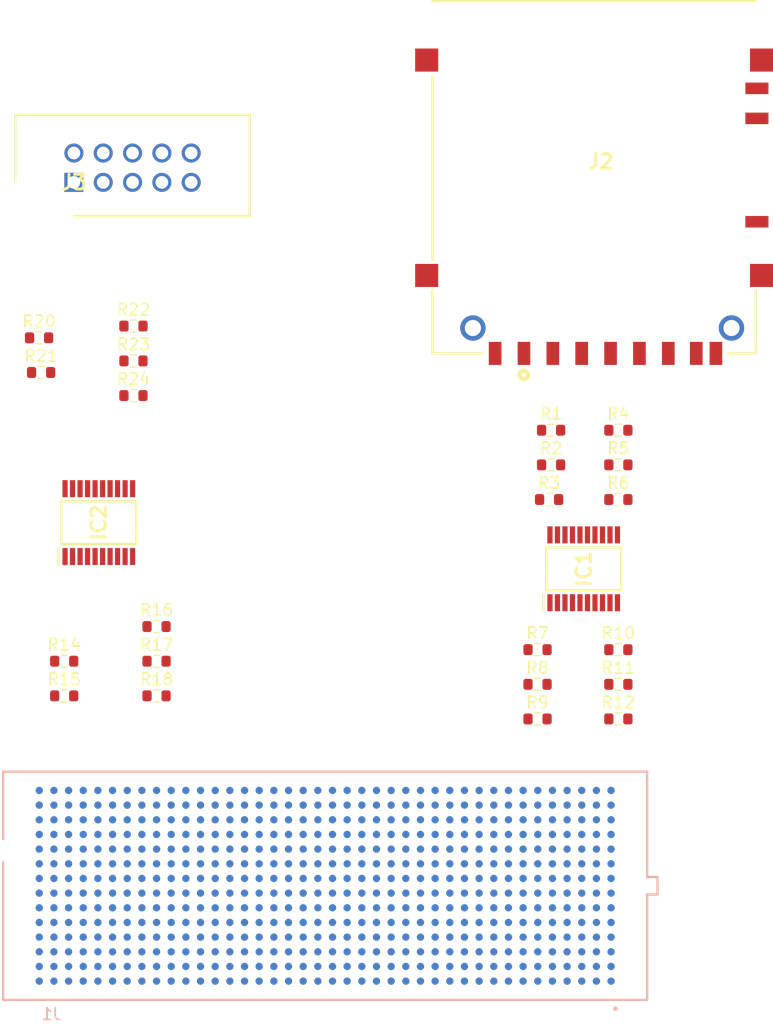
<source format=kicad_pcb>
(kicad_pcb (version 20221018) (generator pcbnew)
  (layers (0 "F.Cu" signal) (31 "B.Cu" signal) (34 "B.Paste" user) (35 "F.Paste" user) (36 "B.SilkS" user "B.Silkscreen") (37 "F.SilkS" user "F.Silkscreen") (38 "B.Mask" user) (39 "F.Mask" user) (44 "Edge.Cuts" user))
  (net 0 "")
  (net 1 "/SD_CD_DAT3_LS")
  (net 2 "+1V8")
  (net 3 "/SD_CMD_LS")
  (net 4 "/SD_CLK_LS")
  (net 5 "/SD_DAT0_LS")
  (net 6 "/SD_DAT1_LS")
  (net 7 "/SD_DAT2_LS")
  (net 12 "/SD_DAT2")
  (net 13 "/SD_DAT1")
  (net 14 "/SD_DAT0")
  (net 15 "/SD_CLK")
  (net 16 "/SD_CMD")
  (net 17 "+3V3")
  (net 18 "/SD_CD_DAT3")
  (net 19 "GND")
  (net 279 "/TMS_LS")
  (net 280 "/TCK_LS")
  (net 281 "/TDO_LS")
  (net 282 "/TDI_LS")
  (net 283 "/TRST_N_LS")
  (net 335 "/TRST_N")
  (net 336 "/TDO")
  (net 337 "/TDI")
  (net 338 "/TCK")
  (net 339 "/TMS")
  (footprint "Project_footprints:SOP65P640X120-20N" (layer "F.Cu") (at 123 80 90)
    (fp_text reference "IC2" (at 0 0 90) (layer "F.SilkS") (effects (font (size 1.27 1.27) (thickness 0.254))))
    (fp_text value "TXB0108PWR" hide)
    (pad "1" smd rect (at -2.938 -2.925 180) (size 0.45 1.475) (layers "F.Cu" "F.Paste" "F.Mask"))
    (pad "2" smd rect (at -2.938 -2.275 180) (size 0.45 1.475) (layers "F.Cu" "F.Paste" "F.Mask") (net 2 "+1V8"))
    (pad "3" smd rect (at -2.938 -1.625 180) (size 0.45 1.475) (layers "F.Cu" "F.Paste" "F.Mask") (net 279 "/TMS_LS"))
    (pad "4" smd rect (at -2.938 -0.975 180) (size 0.45 1.475) (layers "F.Cu" "F.Paste" "F.Mask") (net 280 "/TCK_LS"))
    (pad "5" smd rect (at -2.938 -0.325 180) (size 0.45 1.475) (layers "F.Cu" "F.Paste" "F.Mask") (net 282 "/TDI_LS"))
    (pad "6" smd rect (at -2.938 0.325 180) (size 0.45 1.475) (layers "F.Cu" "F.Paste" "F.Mask") (net 281 "/TDO_LS"))
    (pad "7" smd rect (at -2.938 0.975 180) (size 0.45 1.475) (layers "F.Cu" "F.Paste" "F.Mask") (net 283 "/TRST_N_LS"))
    (pad "8" smd rect (at -2.938 1.625 180) (size 0.45 1.475) (layers "F.Cu" "F.Paste" "F.Mask"))
    (pad "9" smd rect (at -2.938 2.275 180) (size 0.45 1.475) (layers "F.Cu" "F.Paste" "F.Mask"))
    (pad "10" smd rect (at -2.938 2.925 180) (size 0.45 1.475) (layers "F.Cu" "F.Paste" "F.Mask") (net 2 "+1V8"))
    (pad "11" smd rect (at 2.938 2.925 180) (size 0.45 1.475) (layers "F.Cu" "F.Paste" "F.Mask") (net 19 "GND"))
    (pad "12" smd rect (at 2.938 2.275 180) (size 0.45 1.475) (layers "F.Cu" "F.Paste" "F.Mask"))
    (pad "13" smd rect (at 2.938 1.625 180) (size 0.45 1.475) (layers "F.Cu" "F.Paste" "F.Mask"))
    (pad "14" smd rect (at 2.938 0.975 180) (size 0.45 1.475) (layers "F.Cu" "F.Paste" "F.Mask") (net 335 "/TRST_N"))
    (pad "15" smd rect (at 2.938 0.325 180) (size 0.45 1.475) (layers "F.Cu" "F.Paste" "F.Mask") (net 336 "/TDO"))
    (pad "16" smd rect (at 2.938 -0.325 180) (size 0.45 1.475) (layers "F.Cu" "F.Paste" "F.Mask") (net 337 "/TDI"))
    (pad "17" smd rect (at 2.938 -0.975 180) (size 0.45 1.475) (layers "F.Cu" "F.Paste" "F.Mask") (net 338 "/TCK"))
    (pad "18" smd rect (at 2.938 -1.625 180) (size 0.45 1.475) (layers "F.Cu" "F.Paste" "F.Mask") (net 339 "/TMS"))
    (pad "19" smd rect (at 2.938 -2.275 180) (size 0.45 1.475) (layers "F.Cu" "F.Paste" "F.Mask") (net 17 "+3V3"))
    (pad "20" smd rect (at 2.938 -2.925 180) (size 0.45 1.475) (layers "F.Cu" "F.Paste" "F.Mask"))
  )
  (footprint "Resistor_SMD:R_0603_1608Metric" (layer "F.Cu") (at 168 97)
    (fp_text reference "R12" (at 0 -1.43) (layer "F.SilkS"))
    (fp_text value "51.1k" hide)
    (pad "1" smd roundrect (at -0.825 0) (size 0.8 0.95) (layers "F.Cu" "F.Paste" "F.Mask") (net 2 "+1V8"))
    (pad "2" smd roundrect (at 0.825 0) (size 0.8 0.95) (layers "F.Cu" "F.Paste" "F.Mask") (net 6 "/SD_DAT1_LS"))
  )
  (footprint "Resistor_SMD:R_0603_1608Metric" (layer "F.Cu") (at 128 95)
    (fp_text reference "R18" (at 0 -1.43) (layer "F.SilkS"))
    (fp_text value "51.1k" hide)
    (pad "1" smd roundrect (at -0.825 0) (size 0.8 0.95) (layers "F.Cu" "F.Paste" "F.Mask") (net 2 "+1V8"))
    (pad "2" smd roundrect (at 0.825 0) (size 0.8 0.95) (layers "F.Cu" "F.Paste" "F.Mask") (net 283 "/TRST_N_LS"))
  )
  (footprint "Project_footprints:SOP65P640X120-20N" (layer "F.Cu") (at 165 84 90)
    (fp_text reference "IC1" (at 0 0 90) (layer "F.SilkS") (effects (font (size 1.27 1.27) (thickness 0.254))))
    (fp_text value "TXB0108PWR" hide)
    (pad "1" smd rect (at -2.938 -2.925 180) (size 0.45 1.475) (layers "F.Cu" "F.Paste" "F.Mask") (net 7 "/SD_DAT2_LS"))
    (pad "2" smd rect (at -2.938 -2.275 180) (size 0.45 1.475) (layers "F.Cu" "F.Paste" "F.Mask") (net 2 "+1V8"))
    (pad "3" smd rect (at -2.938 -1.625 180) (size 0.45 1.475) (layers "F.Cu" "F.Paste" "F.Mask") (net 1 "/SD_CD_DAT3_LS"))
    (pad "4" smd rect (at -2.938 -0.975 180) (size 0.45 1.475) (layers "F.Cu" "F.Paste" "F.Mask") (net 3 "/SD_CMD_LS"))
    (pad "5" smd rect (at -2.938 -0.325 180) (size 0.45 1.475) (layers "F.Cu" "F.Paste" "F.Mask") (net 4 "/SD_CLK_LS"))
    (pad "6" smd rect (at -2.938 0.325 180) (size 0.45 1.475) (layers "F.Cu" "F.Paste" "F.Mask") (net 5 "/SD_DAT0_LS"))
    (pad "7" smd rect (at -2.938 0.975 180) (size 0.45 1.475) (layers "F.Cu" "F.Paste" "F.Mask") (net 6 "/SD_DAT1_LS"))
    (pad "8" smd rect (at -2.938 1.625 180) (size 0.45 1.475) (layers "F.Cu" "F.Paste" "F.Mask"))
    (pad "9" smd rect (at -2.938 2.275 180) (size 0.45 1.475) (layers "F.Cu" "F.Paste" "F.Mask"))
    (pad "10" smd rect (at -2.938 2.925 180) (size 0.45 1.475) (layers "F.Cu" "F.Paste" "F.Mask") (net 2 "+1V8"))
    (pad "11" smd rect (at 2.938 2.925 180) (size 0.45 1.475) (layers "F.Cu" "F.Paste" "F.Mask") (net 19 "GND"))
    (pad "12" smd rect (at 2.938 2.275 180) (size 0.45 1.475) (layers "F.Cu" "F.Paste" "F.Mask"))
    (pad "13" smd rect (at 2.938 1.625 180) (size 0.45 1.475) (layers "F.Cu" "F.Paste" "F.Mask"))
    (pad "14" smd rect (at 2.938 0.975 180) (size 0.45 1.475) (layers "F.Cu" "F.Paste" "F.Mask") (net 13 "/SD_DAT1"))
    (pad "15" smd rect (at 2.938 0.325 180) (size 0.45 1.475) (layers "F.Cu" "F.Paste" "F.Mask") (net 14 "/SD_DAT0"))
    (pad "16" smd rect (at 2.938 -0.325 180) (size 0.45 1.475) (layers "F.Cu" "F.Paste" "F.Mask") (net 15 "/SD_CLK"))
    (pad "17" smd rect (at 2.938 -0.975 180) (size 0.45 1.475) (layers "F.Cu" "F.Paste" "F.Mask") (net 16 "/SD_CMD"))
    (pad "18" smd rect (at 2.938 -1.625 180) (size 0.45 1.475) (layers "F.Cu" "F.Paste" "F.Mask") (net 18 "/SD_CD_DAT3"))
    (pad "19" smd rect (at 2.938 -2.275 180) (size 0.45 1.475) (layers "F.Cu" "F.Paste" "F.Mask") (net 17 "+3V3"))
    (pad "20" smd rect (at 2.938 -2.925 180) (size 0.45 1.475) (layers "F.Cu" "F.Paste" "F.Mask") (net 12 "/SD_DAT2"))
  )
  (footprint "Resistor_SMD:R_0603_1608Metric" (layer "F.Cu") (at 128 89)
    (fp_text reference "R16" (at 0 -1.43) (layer "F.SilkS"))
    (fp_text value "51.1k" hide)
    (pad "1" smd roundrect (at -0.825 0) (size 0.8 0.95) (layers "F.Cu" "F.Paste" "F.Mask") (net 2 "+1V8"))
    (pad "2" smd roundrect (at 0.825 0) (size 0.8 0.95) (layers "F.Cu" "F.Paste" "F.Mask") (net 282 "/TDI_LS"))
  )
  (footprint "Resistor_SMD:R_0603_1608Metric" (layer "F.Cu") (at 161 97)
    (fp_text reference "R9" (at 0 -1.43) (layer "F.SilkS"))
    (fp_text value "51.1k" hide)
    (pad "1" smd roundrect (at -0.825 0) (size 0.8 0.95) (layers "F.Cu" "F.Paste" "F.Mask") (net 2 "+1V8"))
    (pad "2" smd roundrect (at 0.825 0) (size 0.8 0.95) (layers "F.Cu" "F.Paste" "F.Mask") (net 3 "/SD_CMD_LS"))
  )
  (footprint "Resistor_SMD:R_0603_1608Metric" (layer "F.Cu") (at 161 91)
    (fp_text reference "R7" (at 0 -1.43) (layer "F.SilkS"))
    (fp_text value "51.1k" hide)
    (pad "1" smd roundrect (at -0.825 0) (size 0.8 0.95) (layers "F.Cu" "F.Paste" "F.Mask") (net 2 "+1V8"))
    (pad "2" smd roundrect (at 0.825 0) (size 0.8 0.95) (layers "F.Cu" "F.Paste" "F.Mask") (net 7 "/SD_DAT2_LS"))
  )
  (footprint "Resistor_SMD:R_0603_1608Metric" (layer "F.Cu") (at 120 92)
    (fp_text reference "R14" (at 0 -1.43) (layer "F.SilkS"))
    (fp_text value "51.1k" hide)
    (pad "1" smd roundrect (at -0.825 0) (size 0.8 0.95) (layers "F.Cu" "F.Paste" "F.Mask") (net 2 "+1V8"))
    (pad "2" smd roundrect (at 0.825 0) (size 0.8 0.95) (layers "F.Cu" "F.Paste" "F.Mask") (net 279 "/TMS_LS"))
  )
  (footprint "Resistor_SMD:R_0603_1608Metric" (layer "F.Cu") (at 126 62.98)
    (fp_text reference "R22" (at 0 -1.43) (layer "F.SilkS"))
    (fp_text value "51.1k" hide)
    (pad "1" smd roundrect (at -0.825 0) (size 0.8 0.95) (layers "F.Cu" "F.Paste" "F.Mask") (net 17 "+3V3"))
    (pad "2" smd roundrect (at 0.825 0) (size 0.8 0.95) (layers "F.Cu" "F.Paste" "F.Mask") (net 337 "/TDI"))
  )
  (footprint "Resistor_SMD:R_0603_1608Metric" (layer "F.Cu") (at 168 78)
    (fp_text reference "R6" (at 0 -1.43) (layer "F.SilkS"))
    (fp_text value "51.1k" hide)
    (pad "1" smd roundrect (at -0.825 0) (size 0.8 0.95) (layers "F.Cu" "F.Paste" "F.Mask") (net 17 "+3V3"))
    (pad "2" smd roundrect (at 0.825 0) (size 0.8 0.95) (layers "F.Cu" "F.Paste" "F.Mask") (net 13 "/SD_DAT1"))
  )
  (footprint "Resistor_SMD:R_0603_1608Metric" (layer "F.Cu") (at 117.825 64)
    (fp_text reference "R20" (at 0 -1.43) (layer "F.SilkS"))
    (fp_text value "51.1k" hide)
    (pad "1" smd roundrect (at -0.825 0) (size 0.8 0.95) (layers "F.Cu" "F.Paste" "F.Mask") (net 17 "+3V3"))
    (pad "2" smd roundrect (at 0.825 0) (size 0.8 0.95) (layers "F.Cu" "F.Paste" "F.Mask") (net 339 "/TMS"))
  )
  (footprint "Resistor_SMD:R_0603_1608Metric" (layer "F.Cu") (at 168 75)
    (fp_text reference "R5" (at 0 -1.43) (layer "F.SilkS"))
    (fp_text value "51.1k" hide)
    (pad "1" smd roundrect (at -0.825 0) (size 0.8 0.95) (layers "F.Cu" "F.Paste" "F.Mask") (net 17 "+3V3"))
    (pad "2" smd roundrect (at 0.825 0) (size 0.8 0.95) (layers "F.Cu" "F.Paste" "F.Mask") (net 14 "/SD_DAT0"))
  )
  (footprint "Resistor_SMD:R_0603_1608Metric" (layer "F.Cu") (at 128 92)
    (fp_text reference "R17" (at 0 -1.43) (layer "F.SilkS"))
    (fp_text value "51.1k" hide)
    (pad "1" smd roundrect (at -0.825 0) (size 0.8 0.95) (layers "F.Cu" "F.Paste" "F.Mask") (net 2 "+1V8"))
    (pad "2" smd roundrect (at 0.825 0) (size 0.8 0.95) (layers "F.Cu" "F.Paste" "F.Mask") (net 281 "/TDO_LS"))
  )
  (footprint "Resistor_SMD:R_0603_1608Metric" (layer "F.Cu") (at 162.175 75)
    (fp_text reference "R2" (at 0 -1.43) (layer "F.SilkS"))
    (fp_text value "51.1k" hide)
    (pad "1" smd roundrect (at -0.825 0) (size 0.8 0.95) (layers "F.Cu" "F.Paste" "F.Mask") (net 17 "+3V3"))
    (pad "2" smd roundrect (at 0.825 0) (size 0.8 0.95) (layers "F.Cu" "F.Paste" "F.Mask") (net 18 "/SD_CD_DAT3"))
  )
  (footprint "Resistor_SMD:R_0603_1608Metric" (layer "F.Cu") (at 162.175 72)
    (fp_text reference "R1" (at 0 -1.43) (layer "F.SilkS"))
    (fp_text value "51.1k" hide)
    (pad "1" smd roundrect (at -0.825 0) (size 0.8 0.95) (layers "F.Cu" "F.Paste" "F.Mask") (net 17 "+3V3"))
    (pad "2" smd roundrect (at 0.825 0) (size 0.8 0.95) (layers "F.Cu" "F.Paste" "F.Mask") (net 12 "/SD_DAT2"))
  )
  (footprint "Resistor_SMD:R_0603_1608Metric" (layer "F.Cu") (at 168 94)
    (fp_text reference "R11" (at 0 -1.43) (layer "F.SilkS"))
    (fp_text value "51.1k" hide)
    (pad "1" smd roundrect (at -0.825 0) (size 0.8 0.95) (layers "F.Cu" "F.Paste" "F.Mask") (net 2 "+1V8"))
    (pad "2" smd roundrect (at 0.825 0) (size 0.8 0.95) (layers "F.Cu" "F.Paste" "F.Mask") (net 5 "/SD_DAT0_LS"))
  )
  (footprint "Resistor_SMD:R_0603_1608Metric" (layer "F.Cu") (at 161 94)
    (fp_text reference "R8" (at 0 -1.43) (layer "F.SilkS"))
    (fp_text value "51.1k" hide)
    (pad "1" smd roundrect (at -0.825 0) (size 0.8 0.95) (layers "F.Cu" "F.Paste" "F.Mask") (net 2 "+1V8"))
    (pad "2" smd roundrect (at 0.825 0) (size 0.8 0.95) (layers "F.Cu" "F.Paste" "F.Mask") (net 1 "/SD_CD_DAT3_LS"))
  )
  (footprint "Resistor_SMD:R_0603_1608Metric" (layer "F.Cu") (at 168 72)
    (fp_text reference "R4" (at 0 -1.43) (layer "F.SilkS"))
    (fp_text value "51.1k" hide)
    (pad "1" smd roundrect (at -0.825 0) (size 0.8 0.95) (layers "F.Cu" "F.Paste" "F.Mask") (net 17 "+3V3"))
    (pad "2" smd roundrect (at 0.825 0) (size 0.8 0.95) (layers "F.Cu" "F.Paste" "F.Mask") (net 15 "/SD_CLK"))
  )
  (footprint "Project_footprints:SHDR10W64P254_2X5_2030X878X930P" (layer "F.Cu") (at 120.84 50.54)
    (fp_text reference "J3" (at 0 0) (layer "F.SilkS") (effects (font (size 1.27 1.27) (thickness 0.254))))
    (fp_text value "30310-6002HB" hide)
    (pad "1" thru_hole rect (at 0 0) (size 1.65 1.65) (drill 1.1) (layers "*.Cu" "*.Mask") (net 17 "+3V3"))
    (pad "2" thru_hole circle (at 0 -2.54) (size 1.65 1.65) (drill 1.1) (layers "*.Cu" "*.Mask") (net 339 "/TMS"))
    (pad "3" thru_hole circle (at 2.54 0) (size 1.65 1.65) (drill 1.1) (layers "*.Cu" "*.Mask") (net 19 "GND"))
    (pad "4" thru_hole circle (at 2.54 -2.54) (size 1.65 1.65) (drill 1.1) (layers "*.Cu" "*.Mask") (net 338 "/TCK"))
    (pad "5" thru_hole circle (at 5.08 0) (size 1.65 1.65) (drill 1.1) (layers "*.Cu" "*.Mask") (net 19 "GND"))
    (pad "6" thru_hole circle (at 5.08 -2.54) (size 1.65 1.65) (drill 1.1) (layers "*.Cu" "*.Mask") (net 336 "/TDO"))
    (pad "7" thru_hole circle (at 7.62 0) (size 1.65 1.65) (drill 1.1) (layers "*.Cu" "*.Mask") (net 19 "GND"))
    (pad "8" thru_hole circle (at 7.62 -2.54) (size 1.65 1.65) (drill 1.1) (layers "*.Cu" "*.Mask") (net 337 "/TDI"))
    (pad "9" thru_hole circle (at 10.16 0) (size 1.65 1.65) (drill 1.1) (layers "*.Cu" "*.Mask") (net 19 "GND"))
    (pad "10" thru_hole circle (at 10.16 -2.54) (size 1.65 1.65) (drill 1.1) (layers "*.Cu" "*.Mask") (net 335 "/TRST_N"))
  )
  (footprint "Resistor_SMD:R_0603_1608Metric" (layer "F.Cu") (at 120 95)
    (fp_text reference "R15" (at 0 -1.43) (layer "F.SilkS"))
    (fp_text value "51.1k" hide)
    (pad "1" smd roundrect (at -0.825 0) (size 0.8 0.95) (layers "F.Cu" "F.Paste" "F.Mask") (net 2 "+1V8"))
    (pad "2" smd roundrect (at 0.825 0) (size 0.8 0.95) (layers "F.Cu" "F.Paste" "F.Mask") (net 280 "/TCK_LS"))
  )
  (footprint "Resistor_SMD:R_0603_1608Metric" (layer "F.Cu") (at 162 78)
    (fp_text reference "R3" (at 0 -1.43) (layer "F.SilkS"))
    (fp_text value "51.1k" hide)
    (pad "1" smd roundrect (at -0.825 0) (size 0.8 0.95) (layers "F.Cu" "F.Paste" "F.Mask") (net 17 "+3V3"))
    (pad "2" smd roundrect (at 0.825 0) (size 0.8 0.95) (layers "F.Cu" "F.Paste" "F.Mask") (net 16 "/SD_CMD"))
  )
  (footprint "Resistor_SMD:R_0603_1608Metric" (layer "F.Cu") (at 126 66)
    (fp_text reference "R23" (at 0 -1.43) (layer "F.SilkS"))
    (fp_text value "51.1k" hide)
    (pad "1" smd roundrect (at -0.825 0) (size 0.8 0.95) (layers "F.Cu" "F.Paste" "F.Mask") (net 17 "+3V3"))
    (pad "2" smd roundrect (at 0.825 0) (size 0.8 0.95) (layers "F.Cu" "F.Paste" "F.Mask") (net 336 "/TDO"))
  )
  (footprint "Resistor_SMD:R_0603_1608Metric" (layer "F.Cu") (at 118 67)
    (fp_text reference "R21" (at 0 -1.43) (layer "F.SilkS"))
    (fp_text value "51.1k" hide)
    (pad "1" smd roundrect (at -0.825 0) (size 0.8 0.95) (layers "F.Cu" "F.Paste" "F.Mask") (net 17 "+3V3"))
    (pad "2" smd roundrect (at 0.825 0) (size 0.8 0.95) (layers "F.Cu" "F.Paste" "F.Mask") (net 338 "/TCK"))
  )
  (footprint "Project_footprints:DM1AA-SF-PEJ_21__1" (layer "F.Cu") (at 177.8 63.15 180)
    (fp_text reference "J2" (at 11.329 14.411) (layer "F.SilkS") (effects (font (size 1.27 1.27) (thickness 0.254))))
    (fp_text value "SD_Card" hide)
    (pad "1" smd rect (at 17.975 -2.2 180) (size 1.1 2) (layers "F.Cu" "F.Paste" "F.Mask") (net 18 "/SD_CD_DAT3"))
    (pad "2" smd rect (at 15.475 -2.2 180) (size 1.1 2) (layers "F.Cu" "F.Paste" "F.Mask") (net 16 "/SD_CMD"))
    (pad "3" smd rect (at 12.975 -2.2 180) (size 1.1 2) (layers "F.Cu" "F.Paste" "F.Mask") (net 19 "GND"))
    (pad "4" smd rect (at 10.475 -2.2 180) (size 1.1 2) (layers "F.Cu" "F.Paste" "F.Mask") (net 17 "+3V3"))
    (pad "5" smd rect (at 7.975 -2.2 180) (size 1.1 2) (layers "F.Cu" "F.Paste" "F.Mask") (net 15 "/SD_CLK"))
    (pad "6" smd rect (at 5.475 -2.2 180) (size 1.1 2) (layers "F.Cu" "F.Paste" "F.Mask") (net 19 "GND"))
    (pad "7" smd rect (at 3.05 -2.2 180) (size 1.1 2) (layers "F.Cu" "F.Paste" "F.Mask") (net 14 "/SD_DAT0"))
    (pad "8" smd rect (at 1.35 -2.2 180) (size 1.1 2) (layers "F.Cu" "F.Paste" "F.Mask") (net 13 "/SD_DAT1"))
    (pad "9" smd rect (at 20.475 -2.2 180) (size 1.1 2) (layers "F.Cu" "F.Paste" "F.Mask") (net 12 "/SD_DAT2"))
    (pad "10" smd rect (at -2.2 9.2 270) (size 1 2) (layers "F.Cu" "F.Paste" "F.Mask"))
    (pad "11" smd rect (at -2.2 18.15 270) (size 1 2) (layers "F.Cu" "F.Paste" "F.Mask"))
    (pad "12" smd rect (at -2.2 20.75 270) (size 1 2) (layers "F.Cu" "F.Paste" "F.Mask"))
    (pad "13" smd rect (at -2.6 23.2 180) (size 2 2) (layers "F.Cu" "F.Paste" "F.Mask"))
    (pad "14" smd rect (at 26.4 23.2 180) (size 2 2) (layers "F.Cu" "F.Paste" "F.Mask"))
    (pad "15" smd rect (at 26.4 4.55 180) (size 2 2) (layers "F.Cu" "F.Paste" "F.Mask"))
    (pad "16" smd rect (at -2.6 4.55 180) (size 2 2) (layers "F.Cu" "F.Paste" "F.Mask"))
    (pad "17" thru_hole circle (at 0 0 180) (size 2.2 2.2) (drill 1.4) (layers "*.Cu" "*.Mask"))
    (pad "18" thru_hole circle (at 22.4 0 180) (size 2.2 2.2) (drill 1.4) (layers "*.Cu" "*.Mask"))
  )
  (footprint "Resistor_SMD:R_0603_1608Metric" (layer "F.Cu") (at 168 91)
    (fp_text reference "R10" (at 0 -1.43) (layer "F.SilkS"))
    (fp_text value "51.1k" hide)
    (pad "1" smd roundrect (at -0.825 0) (size 0.8 0.95) (layers "F.Cu" "F.Paste" "F.Mask") (net 2 "+1V8"))
    (pad "2" smd roundrect (at 0.825 0) (size 0.8 0.95) (layers "F.Cu" "F.Paste" "F.Mask") (net 4 "/SD_CLK_LS"))
  )
  (footprint "Resistor_SMD:R_0603_1608Metric" (layer "F.Cu") (at 126 69)
    (fp_text reference "R24" (at 0 -1.43) (layer "F.SilkS"))
    (fp_text value "51.1k" hide)
    (pad "1" smd roundrect (at -0.825 0) (size 0.8 0.95) (layers "F.Cu" "F.Paste" "F.Mask") (net 17 "+3V3"))
    (pad "2" smd roundrect (at 0.825 0) (size 0.8 0.95) (layers "F.Cu" "F.Paste" "F.Mask") (net 335 "/TRST_N"))
  )
  (footprint "Project_footprints:SAMTEC_SEAM-40-03.5-L-14-2-A-K-TR" (layer "B.Cu") (at 142.605 111.445)
    (fp_text reference "J1" (at -23.715 11.115) (layer "B.SilkS") (effects (justify mirror)))
    (fp_text value "SEAM-40-03.5-L-14-2-A-K-TR")
    (pad "" np_thru_hole circle (at -27.19 -3.05) (size 1.27 1.27) (drill 1.27) (layers "*.Cu" "*.Mask"))
    (pad "" np_thru_hole circle (at 27.19 0) (size 1.27 1.27) (drill 1.27) (layers "*.Cu" "*.Mask"))
    (pad "A1" smd circle (at 24.765 8.255) (size 0.64 0.64) (layers "B.Cu" "B.Mask") (net 19 "GND"))
    (pad "A2" smd circle (at 23.495 8.255) (size 0.64 0.64) (layers "B.Cu" "B.Mask"))
    (pad "A3" smd circle (at 22.225 8.255) (size 0.64 0.64) (layers "B.Cu" "B.Mask"))
    (pad "A4" smd circle (at 20.955 8.255) (size 0.64 0.64) (layers "B.Cu" "B.Mask") (net 19 "GND"))
    (pad "A5" smd circle (at 19.685 8.255) (size 0.64 0.64) (layers "B.Cu" "B.Mask") (net 19 "GND"))
    (pad "A6" smd circle (at 18.415 8.255) (size 0.64 0.64) (layers "B.Cu" "B.Mask"))
    (pad "A7" smd circle (at 17.145 8.255) (size 0.64 0.64) (layers "B.Cu" "B.Mask"))
    (pad "A8" smd circle (at 15.875 8.255) (size 0.64 0.64) (layers "B.Cu" "B.Mask") (net 19 "GND"))
    (pad "A9" smd circle (at 14.605 8.255) (size 0.64 0.64) (layers "B.Cu" "B.Mask") (net 19 "GND"))
    (pad "A10" smd circle (at 13.335 8.255) (size 0.64 0.64) (layers "B.Cu" "B.Mask"))
    (pad "A11" smd circle (at 12.065 8.255) (size 0.64 0.64) (layers "B.Cu" "B.Mask"))
    (pad "A12" smd circle (at 10.795 8.255) (size 0.64 0.64) (layers "B.Cu" "B.Mask") (net 19 "GND"))
    (pad "A13" smd circle (at 9.525 8.255) (size 0.64 0.64) (layers "B.Cu" "B.Mask") (net 19 "GND"))
    (pad "A14" smd circle (at 8.255 8.255) (size 0.64 0.64) (layers "B.Cu" "B.Mask"))
    (pad "A15" smd circle (at 6.985 8.255) (size 0.64 0.64) (layers "B.Cu" "B.Mask"))
    (pad "A16" smd circle (at 5.715 8.255) (size 0.64 0.64) (layers "B.Cu" "B.Mask") (net 19 "GND"))
    (pad "A17" smd circle (at 4.445 8.255) (size 0.64 0.64) (layers "B.Cu" "B.Mask") (net 19 "GND"))
    (pad "A18" smd circle (at 3.175 8.255) (size 0.64 0.64) (layers "B.Cu" "B.Mask"))
    (pad "A19" smd circle (at 1.905 8.255) (size 0.64 0.64) (layers "B.Cu" "B.Mask"))
    (pad "A20" smd circle (at 0.635 8.255) (size 0.64 0.64) (layers "B.Cu" "B.Mask") (net 19 "GND"))
    (pad "A21" smd circle (at -0.635 8.255) (size 0.64 0.64) (layers "B.Cu" "B.Mask") (net 19 "GND"))
    (pad "A22" smd circle (at -1.905 8.255) (size 0.64 0.64) (layers "B.Cu" "B.Mask"))
    (pad "A23" smd circle (at -3.175 8.255) (size 0.64 0.64) (layers "B.Cu" "B.Mask"))
    (pad "A24" smd circle (at -4.445 8.255) (size 0.64 0.64) (layers "B.Cu" "B.Mask") (net 19 "GND"))
    (pad "A25" smd circle (at -5.715 8.255) (size 0.64 0.64) (layers "B.Cu" "B.Mask") (net 19 "GND"))
    (pad "A26" smd circle (at -6.985 8.255) (size 0.64 0.64) (layers "B.Cu" "B.Mask"))
    (pad "A27" smd circle (at -8.255 8.255) (size 0.64 0.64) (layers "B.Cu" "B.Mask"))
    (pad "A28" smd circle (at -9.525 8.255) (size 0.64 0.64) (layers "B.Cu" "B.Mask") (net 19 "GND"))
    (pad "A29" smd circle (at -10.795 8.255) (size 0.64 0.64) (layers "B.Cu" "B.Mask") (net 19 "GND"))
    (pad "A30" smd circle (at -12.065 8.255) (size 0.64 0.64) (layers "B.Cu" "B.Mask"))
    (pad "A31" smd circle (at -13.335 8.255) (size 0.64 0.64) (layers "B.Cu" "B.Mask"))
    (pad "A32" smd circle (at -14.605 8.255) (size 0.64 0.64) (layers "B.Cu" "B.Mask") (net 19 "GND"))
    (pad "A33" smd circle (at -15.875 8.255) (size 0.64 0.64) (layers "B.Cu" "B.Mask") (net 19 "GND"))
    (pad "A34" smd circle (at -17.145 8.255) (size 0.64 0.64) (layers "B.Cu" "B.Mask"))
    (pad "A35" smd circle (at -18.415 8.255) (size 0.64 0.64) (layers "B.Cu" "B.Mask"))
    (pad "A36" smd circle (at -19.685 8.255) (size 0.64 0.64) (layers "B.Cu" "B.Mask") (net 19 "GND"))
    (pad "A37" smd circle (at -20.955 8.255) (size 0.64 0.64) (layers "B.Cu" "B.Mask") (net 19 "GND"))
    (pad "A38" smd circle (at -22.225 8.255) (size 0.64 0.64) (layers "B.Cu" "B.Mask"))
    (pad "A39" smd circle (at -23.495 8.255) (size 0.64 0.64) (layers "B.Cu" "B.Mask"))
    (pad "A40" smd circle (at -24.765 8.255) (size 0.64 0.64) (layers "B.Cu" "B.Mask") (net 19 "GND"))
    (pad "B1" smd circle (at 24.765 6.985) (size 0.64 0.64) (layers "B.Cu" "B.Mask"))
    (pad "B2" smd circle (at 23.495 6.985) (size 0.64 0.64) (layers "B.Cu" "B.Mask") (net 19 "GND"))
    (pad "B3" smd circle (at 22.225 6.985) (size 0.64 0.64) (layers "B.Cu" "B.Mask") (net 19 "GND"))
    (pad "B4" smd circle (at 20.955 6.985) (size 0.64 0.64) (layers "B.Cu" "B.Mask"))
    (pad "B5" smd circle (at 19.685 6.985) (size 0.64 0.64) (layers "B.Cu" "B.Mask"))
    (pad "B6" smd circle (at 18.415 6.985) (size 0.64 0.64) (layers "B.Cu" "B.Mask") (net 19 "GND"))
    (pad "B7" smd circle (at 17.145 6.985) (size 0.64 0.64) (layers "B.Cu" "B.Mask") (net 19 "GND"))
    (pad "B8" smd circle (at 15.875 6.985) (size 0.64 0.64) (layers "B.Cu" "B.Mask"))
    (pad "B9" smd circle (at 14.605 6.985) (size 0.64 0.64) (layers "B.Cu" "B.Mask"))
    (pad "B10" smd circle (at 13.335 6.985) (size 0.64 0.64) (layers "B.Cu" "B.Mask") (net 19 "GND"))
    (pad "B11" smd circle (at 12.065 6.985) (size 0.64 0.64) (layers "B.Cu" "B.Mask") (net 19 "GND"))
    (pad "B12" smd circle (at 10.795 6.985) (size 0.64 0.64) (layers "B.Cu" "B.Mask"))
    (pad "B13" smd circle (at 9.525 6.985) (size 0.64 0.64) (layers "B.Cu" "B.Mask"))
    (pad "B14" smd circle (at 8.255 6.985) (size 0.64 0.64) (layers "B.Cu" "B.Mask") (net 19 "GND"))
    (pad "B15" smd circle (at 6.985 6.985) (size 0.64 0.64) (layers "B.Cu" "B.Mask") (net 19 "GND"))
    (pad "B16" smd circle (at 5.715 6.985) (size 0.64 0.64) (layers "B.Cu" "B.Mask"))
    (pad "B17" smd circle (at 4.445 6.985) (size 0.64 0.64) (layers "B.Cu" "B.Mask"))
    (pad "B18" smd circle (at 3.175 6.985) (size 0.64 0.64) (layers "B.Cu" "B.Mask") (net 19 "GND"))
    (pad "B19" smd circle (at 1.905 6.985) (size 0.64 0.64) (layers "B.Cu" "B.Mask") (net 19 "GND"))
    (pad "B20" smd circle (at 0.635 6.985) (size 0.64 0.64) (layers "B.Cu" "B.Mask"))
    (pad "B21" smd circle (at -0.635 6.985) (size 0.64 0.64) (layers "B.Cu" "B.Mask"))
    (pad "B22" smd circle (at -1.905 6.985) (size 0.64 0.64) (layers "B.Cu" "B.Mask") (net 19 "GND"))
    (pad "B23" smd circle (at -3.175 6.985) (size 0.64 0.64) (layers "B.Cu" "B.Mask") (net 19 "GND"))
    (pad "B24" smd circle (at -4.445 6.985) (size 0.64 0.64) (layers "B.Cu" "B.Mask"))
    (pad "B25" smd circle (at -5.715 6.985) (size 0.64 0.64) (layers "B.Cu" "B.Mask"))
    (pad "B26" smd circle (at -6.985 6.985) (size 0.64 0.64) (layers "B.Cu" "B.Mask") (net 19 "GND"))
    (pad "B27" smd circle (at -8.255 6.985) (size 0.64 0.64) (layers "B.Cu" "B.Mask") (net 19 "GND"))
    (pad "B28" smd circle (at -9.525 6.985) (size 0.64 0.64) (layers "B.Cu" "B.Mask"))
    (pad "B29" smd circle (at -10.795 6.985) (size 0.64 0.64) (layers "B.Cu" "B.Mask"))
    (pad "B30" smd circle (at -12.065 6.985) (size 0.64 0.64) (layers "B.Cu" "B.Mask") (net 19 "GND"))
    (pad "B31" smd circle (at -13.335 6.985) (size 0.64 0.64) (layers "B.Cu" "B.Mask") (net 19 "GND"))
    (pad "B32" smd circle (at -14.605 6.985) (size 0.64 0.64) (layers "B.Cu" "B.Mask"))
    (pad "B33" smd circle (at -15.875 6.985) (size 0.64 0.64) (layers "B.Cu" "B.Mask"))
    (pad "B34" smd circle (at -17.145 6.985) (size 0.64 0.64) (layers "B.Cu" "B.Mask") (net 19 "GND"))
    (pad "B35" smd circle (at -18.415 6.985) (size 0.64 0.64) (layers "B.Cu" "B.Mask") (net 19 "GND"))
    (pad "B36" smd circle (at -19.685 6.985) (size 0.64 0.64) (layers "B.Cu" "B.Mask"))
    (pad "B37" smd circle (at -20.955 6.985) (size 0.64 0.64) (layers "B.Cu" "B.Mask"))
    (pad "B38" smd circle (at -22.225 6.985) (size 0.64 0.64) (layers "B.Cu" "B.Mask") (net 19 "GND"))
    (pad "B39" smd circle (at -23.495 6.985) (size 0.64 0.64) (layers "B.Cu" "B.Mask") (net 19 "GND"))
    (pad "B40" smd circle (at -24.765 6.985) (size 0.64 0.64) (layers "B.Cu" "B.Mask") (net 17 "+3V3"))
    (pad "C1" smd circle (at 24.765 5.715) (size 0.64 0.64) (layers "B.Cu" "B.Mask") (net 19 "GND"))
    (pad "C2" smd circle (at 23.495 5.715) (size 0.64 0.64) (layers "B.Cu" "B.Mask"))
    (pad "C3" smd circle (at 22.225 5.715) (size 0.64 0.64) (layers "B.Cu" "B.Mask"))
    (pad "C4" smd circle (at 20.955 5.715) (size 0.64 0.64) (layers "B.Cu" "B.Mask") (net 19 "GND"))
    (pad "C5" smd circle (at 19.685 5.715) (size 0.64 0.64) (layers "B.Cu" "B.Mask") (net 19 "GND"))
    (pad "C6" smd circle (at 18.415 5.715) (size 0.64 0.64) (layers "B.Cu" "B.Mask"))
    (pad "C7" smd circle (at 17.145 5.715) (size 0.64 0.64) (layers "B.Cu" "B.Mask"))
    (pad "C8" smd circle (at 15.875 5.715) (size 0.64 0.64) (layers "B.Cu" "B.Mask") (net 19 "GND"))
    (pad "C9" smd circle (at 14.605 5.715) (size 0.64 0.64) (layers "B.Cu" "B.Mask") (net 19 "GND"))
    (pad "C10" smd circle (at 13.335 5.715) (size 0.64 0.64) (layers "B.Cu" "B.Mask"))
    (pad "C11" smd circle (at 12.065 5.715) (size 0.64 0.64) (layers "B.Cu" "B.Mask"))
    (pad "C12" smd circle (at 10.795 5.715) (size 0.64 0.64) (layers "B.Cu" "B.Mask") (net 19 "GND"))
    (pad "C13" smd circle (at 9.525 5.715) (size 0.64 0.64) (layers "B.Cu" "B.Mask") (net 19 "GND"))
    (pad "C14" smd circle (at 8.255 5.715) (size 0.64 0.64) (layers "B.Cu" "B.Mask"))
    (pad "C15" smd circle (at 6.985 5.715) (size 0.64 0.64) (layers "B.Cu" "B.Mask"))
    (pad "C16" smd circle (at 5.715 5.715) (size 0.64 0.64) (layers "B.Cu" "B.Mask") (net 19 "GND"))
    (pad "C17" smd circle (at 4.445 5.715) (size 0.64 0.64) (layers "B.Cu" "B.Mask") (net 19 "GND"))
    (pad "C18" smd circle (at 3.175 5.715) (size 0.64 0.64) (layers "B.Cu" "B.Mask"))
    (pad "C19" smd circle (at 1.905 5.715) (size 0.64 0.64) (layers "B.Cu" "B.Mask"))
    (pad "C20" smd circle (at 0.635 5.715) (size 0.64 0.64) (layers "B.Cu" "B.Mask") (net 19 "GND"))
    (pad "C21" smd circle (at -0.635 5.715) (size 0.64 0.64) (layers "B.Cu" "B.Mask") (net 19 "GND"))
    (pad "C22" smd circle (at -1.905 5.715) (size 0.64 0.64) (layers "B.Cu" "B.Mask"))
    (pad "C23" smd circle (at -3.175 5.715) (size 0.64 0.64) (layers "B.Cu" "B.Mask"))
    (pad "C24" smd circle (at -4.445 5.715) (size 0.64 0.64) (layers "B.Cu" "B.Mask") (net 19 "GND"))
    (pad "C25" smd circle (at -5.715 5.715) (size 0.64 0.64) (layers "B.Cu" "B.Mask") (net 19 "GND"))
    (pad "C26" smd circle (at -6.985 5.715) (size 0.64 0.64) (layers "B.Cu" "B.Mask"))
    (pad "C27" smd circle (at -8.255 5.715) (size 0.64 0.64) (layers "B.Cu" "B.Mask"))
    (pad "C28" smd circle (at -9.525 5.715) (size 0.64 0.64) (layers "B.Cu" "B.Mask") (net 19 "GND"))
    (pad "C29" smd circle (at -10.795 5.715) (size 0.64 0.64) (layers "B.Cu" "B.Mask") (net 19 "GND"))
    (pad "C30" smd circle (at -12.065 5.715) (size 0.64 0.64) (layers "B.Cu" "B.Mask"))
    (pad "C31" smd circle (at -13.335 5.715) (size 0.64 0.64) (layers "B.Cu" "B.Mask"))
    (pad "C32" smd circle (at -14.605 5.715) (size 0.64 0.64) (layers "B.Cu" "B.Mask") (net 19 "GND"))
    (pad "C33" smd circle (at -15.875 5.715) (size 0.64 0.64) (layers "B.Cu" "B.Mask") (net 19 "GND"))
    (pad "C34" smd circle (at -17.145 5.715) (size 0.64 0.64) (layers "B.Cu" "B.Mask"))
    (pad "C35" smd circle (at -18.415 5.715) (size 0.64 0.64) (layers "B.Cu" "B.Mask"))
    (pad "C36" smd circle (at -19.685 5.715) (size 0.64 0.64) (layers "B.Cu" "B.Mask") (net 19 "GND"))
    (pad "C37" smd circle (at -20.955 5.715) (size 0.64 0.64) (layers "B.Cu" "B.Mask") (net 19 "GND"))
    (pad "C38" smd circle (at -22.225 5.715) (size 0.64 0.64) (layers "B.Cu" "B.Mask"))
    (pad "C39" smd circle (at -23.495 5.715) (size 0.64 0.64) (layers "B.Cu" "B.Mask"))
    (pad "C40" smd circle (at -24.765 5.715) (size 0.64 0.64) (layers "B.Cu" "B.Mask") (net 19 "GND"))
    (pad "D1" smd circle (at 24.765 4.445) (size 0.64 0.64) (layers "B.Cu" "B.Mask"))
    (pad "D2" smd circle (at 23.495 4.445) (size 0.64 0.64) (layers "B.Cu" "B.Mask") (net 19 "GND"))
    (pad "D3" smd circle (at 22.225 4.445) (size 0.64 0.64) (layers "B.Cu" "B.Mask") (net 19 "GND"))
    (pad "D4" smd circle (at 20.955 4.445) (size 0.64 0.64) (layers "B.Cu" "B.Mask"))
    (pad "D5" smd circle (at 19.685 4.445) (size 0.64 0.64) (layers "B.Cu" "B.Mask"))
    (pad "D6" smd circle (at 18.415 4.445) (size 0.64 0.64) (layers "B.Cu" "B.Mask") (net 19 "GND"))
    (pad "D7" smd circle (at 17.145 4.445) (size 0.64 0.64) (layers "B.Cu" "B.Mask") (net 19 "GND"))
    (pad "D8" smd circle (at 15.875 4.445) (size 0.64 0.64) (layers "B.Cu" "B.Mask"))
    (pad "D9" smd circle (at 14.605 4.445) (size 0.64 0.64) (layers "B.Cu" "B.Mask"))
    (pad "D10" smd circle (at 13.335 4.445) (size 0.64 0.64) (layers "B.Cu" "B.Mask") (net 19 "GND"))
    (pad "D11" smd circle (at 12.065 4.445) (size 0.64 0.64) (layers "B.Cu" "B.Mask") (net 19 "GND"))
    (pad "D12" smd circle (at 10.795 4.445) (size 0.64 0.64) (layers "B.Cu" "B.Mask"))
    (pad "D13" smd circle (at 9.525 4.445) (size 0.64 0.64) (layers "B.Cu" "B.Mask"))
    (pad "D14" smd circle (at 8.255 4.445) (size 0.64 0.64) (layers "B.Cu" "B.Mask") (net 19 "GND"))
    (pad "D15" smd circle (at 6.985 4.445) (size 0.64 0.64) (layers "B.Cu" "B.Mask") (net 19 "GND"))
    (pad "D16" smd circle (at 5.715 4.445) (size 0.64 0.64) (layers "B.Cu" "B.Mask"))
    (pad "D17" smd circle (at 4.445 4.445) (size 0.64 0.64) (layers "B.Cu" "B.Mask"))
    (pad "D18" smd circle (at 3.175 4.445) (size 0.64 0.64) (layers "B.Cu" "B.Mask") (net 19 "GND"))
    (pad "D19" smd circle (at 1.905 4.445) (size 0.64 0.64) (layers "B.Cu" "B.Mask") (net 19 "GND"))
    (pad "D20" smd circle (at 0.635 4.445) (size 0.64 0.64) (layers "B.Cu" "B.Mask"))
    (pad "D21" smd circle (at -0.635 4.445) (size 0.64 0.64) (layers "B.Cu" "B.Mask"))
    (pad "D22" smd circle (at -1.905 4.445) (size 0.64 0.64) (layers "B.Cu" "B.Mask") (net 19 "GND"))
    (pad "D23" smd circle (at -3.175 4.445) (size 0.64 0.64) (layers "B.Cu" "B.Mask") (net 19 "GND"))
    (pad "D24" smd circle (at -4.445 4.445) (size 0.64 0.64) (layers "B.Cu" "B.Mask"))
    (pad "D25" smd circle (at -5.715 4.445) (size 0.64 0.64) (layers "B.Cu" "B.Mask"))
    (pad "D26" smd circle (at -6.985 4.445) (size 0.64 0.64) (layers "B.Cu" "B.Mask") (net 19 "GND"))
    (pad "D27" smd circle (at -8.255 4.445) (size 0.64 0.64) (layers "B.Cu" "B.Mask") (net 19 "GND"))
    (pad "D28" smd circle (at -9.525 4.445) (size 0.64 0.64) (layers "B.Cu" "B.Mask"))
    (pad "D29" smd circle (at -10.795 4.445) (size 0.64 0.64) (layers "B.Cu" "B.Mask"))
    (pad "D30" smd circle (at -12.065 4.445) (size 0.64 0.64) (layers "B.Cu" "B.Mask") (net 19 "GND"))
    (pad "D31" smd circle (at -13.335 4.445) (size 0.64 0.64) (layers "B.Cu" "B.Mask") (net 19 "GND"))
    (pad "D32" smd circle (at -14.605 4.445) (size 0.64 0.64) (layers "B.Cu" "B.Mask"))
    (pad "D33" smd circle (at -15.875 4.445) (size 0.64 0.64) (layers "B.Cu" "B.Mask"))
    (pad "D34" smd circle (at -17.145 4.445) (size 0.64 0.64) (layers "B.Cu" "B.Mask") (net 19 "GND"))
    (pad "D35" smd circle (at -18.415 4.445) (size 0.64 0.64) (layers "B.Cu" "B.Mask") (net 19 "GND"))
    (pad "D36" smd circle (at -19.685 4.445) (size 0.64 0.64) (layers "B.Cu" "B.Mask"))
    (pad "D37" smd circle (at -20.955 4.445) (size 0.64 0.64) (layers "B.Cu" "B.Mask"))
    (pad "D38" smd circle (at -22.225 4.445) (size 0.64 0.64) (layers "B.Cu" "B.Mask") (net 19 "GND"))
    (pad "D39" smd circle (at -23.495 4.445) (size 0.64 0.64) (layers "B.Cu" "B.Mask") (net 19 "GND"))
    (pad "D40" smd circle (at -24.765 4.445) (size 0.64 0.64) (layers "B.Cu" "B.Mask"))
    (pad "E1" smd circle (at 24.765 3.175) (size 0.64 0.64) (layers "B.Cu" "B.Mask") (net 19 "GND"))
    (pad "E2" smd circle (at 23.495 3.175) (size 0.64 0.64) (layers "B.Cu" "B.Mask"))
    (pad "E3" smd circle (at 22.225 3.175) (size 0.64 0.64) (layers "B.Cu" "B.Mask"))
    (pad "E4" smd circle (at 20.955 3.175) (size 0.64 0.64) (layers "B.Cu" "B.Mask") (net 19 "GND"))
    (pad "E5" smd circle (at 19.685 3.175) (size 0.64 0.64) (layers "B.Cu" "B.Mask") (net 19 "GND"))
    (pad "E6" smd circle (at 18.415 3.175) (size 0.64 0.64) (layers "B.Cu" "B.Mask"))
    (pad "E7" smd circle (at 17.145 3.175) (size 0.64 0.64) (layers "B.Cu" "B.Mask"))
    (pad "E8" smd circle (at 15.875 3.175) (size 0.64 0.64) (layers "B.Cu" "B.Mask") (net 19 "GND"))
    (pad "E9" smd circle (at 14.605 3.175) (size 0.64 0.64) (layers "B.Cu" "B.Mask") (net 19 "GND"))
    (pad "E10" smd circle (at 13.335 3.175) (size 0.64 0.64) (layers "B.Cu" "B.Mask"))
    (pad "E11" smd circle (at 12.065 3.175) (size 0.64 0.64) (layers "B.Cu" "B.Mask"))
    (pad "E12" smd circle (at 10.795 3.175) (size 0.64 0.64) (layers "B.Cu" "B.Mask") (net 19 "GND"))
    (pad "E13" smd circle (at 9.525 3.175) (size 0.64 0.64) (layers "B.Cu" "B.Mask") (net 19 "GND"))
    (pad "E14" smd circle (at 8.255 3.175) (size 0.64 0.64) (layers "B.Cu" "B.Mask"))
    (pad "E15" smd circle (at 6.985 3.175) (size 0.64 0.64) (layers "B.Cu" "B.Mask"))
    (pad "E16" smd circle (at 5.715 3.175) (size 0.64 0.64) (layers "B.Cu" "B.Mask") (net 19 "GND"))
    (pad "E17" smd circle (at 4.445 3.175) (size 0.64 0.64) (layers "B.Cu" "B.Mask") (net 19 "GND"))
    (pad "E18" smd circle (at 3.175 3.175) (size 0.64 0.64) (layers "B.Cu" "B.Mask"))
    (pad "E19" smd circle (at 1.905 3.175) (size 0.64 0.64) (layers "B.Cu" "B.Mask"))
    (pad "E20" smd circle (at 0.635 3.175) (size 0.64 0.64) (layers "B.Cu" "B.Mask") (net 19 "GND"))
    (pad "E21" smd circle (at -0.635 3.175) (size 0.64 0.64) (layers "B.Cu" "B.Mask") (net 19 "GND"))
    (pad "E22" smd circle (at -1.905 3.175) (size 0.64 0.64) (layers "B.Cu" "B.Mask"))
    (pad "E23" smd circle (at -3.175 3.175) (size 0.64 0.64) (layers "B.Cu" "B.Mask"))
    (pad "E24" smd circle (at -4.445 3.175) (size 0.64 0.64) (layers "B.Cu" "B.Mask") (net 19 "GND"))
    (pad "E25" smd circle (at -5.715 3.175) (size 0.64 0.64) (layers "B.Cu" "B.Mask") (net 19 "GND"))
    (pad "E26" smd circle (at -6.985 3.175) (size 0.64 0.64) (layers "B.Cu" "B.Mask"))
    (pad "E27" smd circle (at -8.255 3.175) (size 0.64 0.64) (layers "B.Cu" "B.Mask"))
    (pad "E28" smd circle (at -9.525 3.175) (size 0.64 0.64) (layers "B.Cu" "B.Mask") (net 19 "GND"))
    (pad "E29" smd circle (at -10.795 3.175) (size 0.64 0.64) (layers "B.Cu" "B.Mask") (net 19 "GND"))
    (pad "E30" smd circle (at -12.065 3.175) (size 0.64 0.64) (layers "B.Cu" "B.Mask"))
    (pad "E31" smd circle (at -13.335 3.175) (size 0.64 0.64) (layers "B.Cu" "B.Mask"))
    (pad "E32" smd circle (at -14.605 3.175) (size 0.64 0.64) (layers "B.Cu" "B.Mask") (net 19 "GND"))
    (pad "E33" smd circle (at -15.875 3.175) (size 0.64 0.64) (layers "B.Cu" "B.Mask") (net 19 "GND"))
    (pad "E34" smd circle (at -17.145 3.175) (size 0.64 0.64) (layers "B.Cu" "B.Mask"))
    (pad "E35" smd circle (at -18.415 3.175) (size 0.64 0.64) (layers "B.Cu" "B.Mask"))
    (pad "E36" smd circle (at -19.685 3.175) (size 0.64 0.64) (layers "B.Cu" "B.Mask") (net 19 "GND"))
    (pad "E37" smd circle (at -20.955 3.175) (size 0.64 0.64) (layers "B.Cu" "B.Mask"))
    (pad "E38" smd circle (at -22.225 3.175) (size 0.64 0.64) (layers "B.Cu" "B.Mask") (net 19 "GND"))
    (pad "E39" smd circle (at -23.495 3.175) (size 0.64 0.64) (layers "B.Cu" "B.Mask") (net 17 "+3V3"))
    (pad "E40" smd circle (at -24.765 3.175) (size 0.64 0.64) (layers "B.Cu" "B.Mask") (net 19 "GND"))
    (pad "F1" smd circle (at 24.765 1.905) (size 0.64 0.64) (layers "B.Cu" "B.Mask"))
    (pad "F2" smd circle (at 23.495 1.905) (size 0.64 0.64) (layers "B.Cu" "B.Mask") (net 19 "GND"))
    (pad "F3" smd circle (at 22.225 1.905) (size 0.64 0.64) (layers "B.Cu" "B.Mask") (net 19 "GND"))
    (pad "F4" smd circle (at 20.955 1.905) (size 0.64 0.64) (layers "B.Cu" "B.Mask"))
    (pad "F5" smd circle (at 19.685 1.905) (size 0.64 0.64) (layers "B.Cu" "B.Mask"))
    (pad "F6" smd circle (at 18.415 1.905) (size 0.64 0.64) (layers "B.Cu" "B.Mask") (net 19 "GND"))
    (pad "F7" smd circle (at 17.145 1.905) (size 0.64 0.64) (layers "B.Cu" "B.Mask") (net 19 "GND"))
    (pad "F8" smd circle (at 15.875 1.905) (size 0.64 0.64) (layers "B.Cu" "B.Mask"))
    (pad "F9" smd circle (at 14.605 1.905) (size 0.64 0.64) (layers "B.Cu" "B.Mask"))
    (pad "F10" smd circle (at 13.335 1.905) (size 0.64 0.64) (layers "B.Cu" "B.Mask") (net 19 "GND"))
    (pad "F11" smd circle (at 12.065 1.905) (size 0.64 0.64) (layers "B.Cu" "B.Mask"))
    (pad "F12" smd circle (at 10.795 1.905) (size 0.64 0.64) (layers "B.Cu" "B.Mask"))
    (pad "F13" smd circle (at 9.525 1.905) (size 0.64 0.64) (layers "B.Cu" "B.Mask") (net 19 "GND"))
    (pad "F14" smd circle (at 8.255 1.905) (size 0.64 0.64) (layers "B.Cu" "B.Mask"))
    (pad "F15" smd circle (at 6.985 1.905) (size 0.64 0.64) (layers "B.Cu" "B.Mask"))
    (pad "F16" smd circle (at 5.715 1.905) (size 0.64 0.64) (layers "B.Cu" "B.Mask") (net 19 "GND"))
    (pad "F17" smd circle (at 4.445 1.905) (size 0.64 0.64) (layers "B.Cu" "B.Mask"))
    (pad "F18" smd circle (at 3.175 1.905) (size 0.64 0.64) (layers "B.Cu" "B.Mask"))
    (pad "F19" smd circle (at 1.905 1.905) (size 0.64 0.64) (layers "B.Cu" "B.Mask") (net 19 "GND"))
    (pad "F20" smd circle (at 0.635 1.905) (size 0.64 0.64) (layers "B.Cu" "B.Mask"))
    (pad "F21" smd circle (at -0.635 1.905) (size 0.64 0.64) (layers "B.Cu" "B.Mask"))
    (pad "F22" smd circle (at -1.905 1.905) (size 0.64 0.64) (layers "B.Cu" "B.Mask") (net 19 "GND"))
    (pad "F23" smd circle (at -3.175 1.905) (size 0.64 0.64) (layers "B.Cu" "B.Mask"))
    (pad "F24" smd circle (at -4.445 1.905) (size 0.64 0.64) (layers "B.Cu" "B.Mask"))
    (pad "F25" smd circle (at -5.715 1.905) (size 0.64 0.64) (layers "B.Cu" "B.Mask") (net 19 "GND"))
    (pad "F26" smd circle (at -6.985 1.905) (size 0.64 0.64) (layers "B.Cu" "B.Mask"))
    (pad "F27" smd circle (at -8.255 1.905) (size 0.64 0.64) (layers "B.Cu" "B.Mask"))
    (pad "F28" smd circle (at -9.525 1.905) (size 0.64 0.64) (layers "B.Cu" "B.Mask") (net 19 "GND"))
    (pad "F29" smd circle (at -10.795 1.905) (size 0.64 0.64) (layers "B.Cu" "B.Mask"))
    (pad "F30" smd circle (at -12.065 1.905) (size 0.64 0.64) (layers "B.Cu" "B.Mask"))
    (pad "F31" smd circle (at -13.335 1.905) (size 0.64 0.64) (layers "B.Cu" "B.Mask"))
    (pad "F32" smd circle (at -14.605 1.905) (size 0.64 0.64) (layers "B.Cu" "B.Mask"))
    (pad "F33" smd circle (at -15.875 1.905) (size 0.64 0.64) (layers "B.Cu" "B.Mask"))
    (pad "F34" smd circle (at -17.145 1.905) (size 0.64 0.64) (layers "B.Cu" "B.Mask"))
    (pad "F35" smd circle (at -18.415 1.905) (size 0.64 0.64) (layers "B.Cu" "B.Mask"))
    (pad "F36" smd circle (at -19.685 1.905) (size 0.64 0.64) (layers "B.Cu" "B.Mask") (net 17 "+3V3"))
    (pad "F37" smd circle (at -20.955 1.905) (size 0.64 0.64) (layers "B.Cu" "B.Mask") (net 19 "GND"))
    (pad "F38" smd circle (at -22.225 1.905) (size 0.64 0.64) (layers "B.Cu" "B.Mask") (net 17 "+3V3"))
    (pad "F39" smd circle (at -23.495 1.905) (size 0.64 0.64) (layers "B.Cu" "B.Mask") (net 19 "GND"))
    (pad "F40" smd circle (at -24.765 1.905) (size 0.64 0.64) (layers "B.Cu" "B.Mask") (net 17 "+3V3"))
    (pad "G1" smd circle (at 24.765 0.635) (size 0.64 0.64) (layers "B.Cu" "B.Mask") (net 19 "GND"))
    (pad "G2" smd circle (at 23.495 0.635) (size 0.64 0.64) (layers "B.Cu" "B.Mask"))
    (pad "G3" smd circle (at 22.225 0.635) (size 0.64 0.64) (layers "B.Cu" "B.Mask"))
    (pad "G4" smd circle (at 20.955 0.635) (size 0.64 0.64) (layers "B.Cu" "B.Mask") (net 19 "GND"))
    (pad "G5" smd circle (at 19.685 0.635) (size 0.64 0.64) (layers "B.Cu" "B.Mask") (net 19 "GND"))
    (pad "G6" smd circle (at 18.415 0.635) (size 0.64 0.64) (layers "B.Cu" "B.Mask"))
    (pad "G7" smd circle (at 17.145 0.635) (size 0.64 0.64) (layers "B.Cu" "B.Mask"))
    (pad "G8" smd circle (at 15.875 0.635) (size 0.64 0.64) (layers "B.Cu" "B.Mask") (net 19 "GND"))
    (pad "G9" smd circle (at 14.605 0.635) (size 0.64 0.64) (layers "B.Cu" "B.Mask"))
    (pad "G10" smd circle (at 13.335 0.635) (size 0.64 0.64) (layers "B.Cu" "B.Mask"))
    (pad "G11" smd circle (at 12.065 0.635) (size 0.64 0.64) (layers "B.Cu" "B.Mask") (net 19 "GND"))
    (pad "G12" smd circle (at 10.795 0.635) (size 0.64 0.64) (layers "B.Cu" "B.Mask"))
    (pad "G13" smd circle (at 9.525 0.635) (size 0.64 0.64) (layers "B.Cu" "B.Mask"))
    (pad "G14" smd circle (at 8.255 0.635) (size 0.64 0.64) (layers "B.Cu" "B.Mask") (net 19 "GND"))
    (pad "G15" smd circle (at 6.985 0.635) (size 0.64 0.64) (layers "B.Cu" "B.Mask"))
    (pad "G16" smd circle (at 5.715 0.635) (size 0.64 0.64) (layers "B.Cu" "B.Mask"))
    (pad "G17" smd circle (at 4.445 0.635) (size 0.64 0.64) (layers "B.Cu" "B.Mask") (net 19 "GND"))
    (pad "G18" smd circle (at 3.175 0.635) (size 0.64 0.64) (layers "B.Cu" "B.Mask"))
    (pad "G19" smd circle (at 1.905 0.635) (size 0.64 0.64) (layers "B.Cu" "B.Mask"))
    (pad "G20" smd circle (at 0.635 0.635) (size 0.64 0.64) (layers "B.Cu" "B.Mask") (net 19 "GND"))
    (pad "G21" smd circle (at -0.635 0.635) (size 0.64 0.64) (layers "B.Cu" "B.Mask"))
    (pad "G22" smd circle (at -1.905 0.635) (size 0.64 0.64) (layers "B.Cu" "B.Mask"))
    (pad "G23" smd circle (at -3.175 0.635) (size 0.64 0.64) (layers "B.Cu" "B.Mask") (net 19 "GND"))
    (pad "G24" smd circle (at -4.445 0.635) (size 0.64 0.64) (layers "B.Cu" "B.Mask"))
    (pad "G25" smd circle (at -5.715 0.635) (size 0.64 0.64) (layers "B.Cu" "B.Mask"))
    (pad "G26" smd circle (at -6.985 0.635) (size 0.64 0.64) (layers "B.Cu" "B.Mask") (net 19 "GND"))
    (pad "G27" smd circle (at -8.255 0.635) (size 0.64 0.64) (layers "B.Cu" "B.Mask"))
    (pad "G28" smd circle (at -9.525 0.635) (size 0.64 0.64) (layers "B.Cu" "B.Mask"))
    (pad "G29" smd circle (at -10.795 0.635) (size 0.64 0.64) (layers "B.Cu" "B.Mask") (net 19 "GND"))
    (pad "G30" smd circle (at -12.065 0.635) (size 0.64 0.64) (layers "B.Cu" "B.Mask"))
    (pad "G31" smd circle (at -13.335 0.635) (size 0.64 0.64) (layers "B.Cu" "B.Mask"))
    (pad "G32" smd circle (at -14.605 0.635) (size 0.64 0.64) (layers "B.Cu" "B.Mask") (net 19 "GND"))
    (pad "G33" smd circle (at -15.875 0.635) (size 0.64 0.64) (layers "B.Cu" "B.Mask"))
    (pad "G34" smd circle (at -17.145 0.635) (size 0.64 0.64) (layers "B.Cu" "B.Mask"))
    (pad "G35" smd circle (at -18.415 0.635) (size 0.64 0.64) (layers "B.Cu" "B.Mask") (net 19 "GND"))
    (pad "G36" smd circle (at -19.685 0.635) (size 0.64 0.64) (layers "B.Cu" "B.Mask"))
    (pad "G37" smd circle (at -20.955 0.635) (size 0.64 0.64) (layers "B.Cu" "B.Mask"))
    (pad "G38" smd circle (at -22.225 0.635) (size 0.64 0.64) (layers "B.Cu" "B.Mask") (net 19 "GND"))
    (pad "G39" smd circle (at -23.495 0.635) (size 0.64 0.64) (layers "B.Cu" "B.Mask") (net 2 "+1V8"))
    (pad "G40" smd circle (at -24.765 0.635) (size 0.64 0.64) (layers "B.Cu" "B.Mask") (net 19 "GND"))
    (pad "H1" smd circle (at 24.765 -0.635) (size 0.64 0.64) (layers "B.Cu" "B.Mask"))
    (pad "H2" smd circle (at 23.495 -0.635) (size 0.64 0.64) (layers "B.Cu" "B.Mask") (net 19 "GND"))
    (pad "H3" smd circle (at 22.225 -0.635) (size 0.64 0.64) (layers "B.Cu" "B.Mask") (net 19 "GND"))
    (pad "H4" smd circle (at 20.955 -0.635) (size 0.64 0.64) (layers "B.Cu" "B.Mask"))
    (pad "H5" smd circle (at 19.685 -0.635) (size 0.64 0.64) (layers "B.Cu" "B.Mask"))
    (pad "H6" smd circle (at 18.415 -0.635) (size 0.64 0.64) (layers "B.Cu" "B.Mask") (net 19 "GND"))
    (pad "H7" smd circle (at 17.145 -0.635) (size 0.64 0.64) (layers "B.Cu" "B.Mask"))
    (pad "H8" smd circle (at 15.875 -0.635) (size 0.64 0.64) (layers "B.Cu" "B.Mask"))
    (pad "H9" smd circle (at 14.605 -0.635) (size 0.64 0.64) (layers "B.Cu" "B.Mask") (net 19 "GND"))
    (pad "H10" smd circle (at 13.335 -0.635) (size 0.64 0.64) (layers "B.Cu" "B.Mask"))
    (pad "H11" smd circle (at 12.065 -0.635) (size 0.64 0.64) (layers "B.Cu" "B.Mask"))
    (pad "H12" smd circle (at 10.795 -0.635) (size 0.64 0.64) (layers "B.Cu" "B.Mask") (net 19 "GND"))
    (pad "H13" smd circle (at 9.525 -0.635) (size 0.64 0.64) (layers "B.Cu" "B.Mask"))
    (pad "H14" smd circle (at 8.255 -0.635) (size 0.64 0.64) (layers "B.Cu" "B.Mask"))
    (pad "H15" smd circle (at 6.985 -0.635) (size 0.64 0.64) (layers "B.Cu" "B.Mask") (net 19 "GND"))
    (pad "H16" smd circle (at 5.715 -0.635) (size 0.64 0.64) (layers "B.Cu" "B.Mask"))
    (pad "H17" smd circle (at 4.445 -0.635) (size 0.64 0.64) (layers "B.Cu" "B.Mask"))
    (pad "H18" smd circle (at 3.175 -0.635) (size 0.64 0.64) (layers "B.Cu" "B.Mask") (net 19 "GND"))
    (pad "H19" smd circle (at 1.905 -0.635) (size 0.64 0.64) (layers "B.Cu" "B.Mask"))
    (pad "H20" smd circle (at 0.635 -0.635) (size 0.64 0.64) (layers "B.Cu" "B.Mask"))
    (pad "H21" smd circle (at -0.635 -0.635) (size 0.64 0.64) (layers "B.Cu" "B.Mask") (net 19 "GND"))
    (pad "H22" smd circle (at -1.905 -0.635) (size 0.64 0.64) (layers "B.Cu" "B.Mask"))
    (pad "H23" smd circle (at -3.175 -0.635) (size 0.64 0.64) (layers "B.Cu" "B.Mask"))
    (pad "H24" smd circle (at -4.445 -0.635) (size 0.64 0.64) (layers "B.Cu" "B.Mask") (net 19 "GND"))
    (pad "H25" smd circle (at -5.715 -0.635) (size 0.64 0.64) (layers "B.Cu" "B.Mask"))
    (pad "H26" smd circle (at -6.985 -0.635) (size 0.64 0.64) (layers "B.Cu" "B.Mask"))
    (pad "H27" smd circle (at -8.255 -0.635) (size 0.64 0.64) (layers "B.Cu" "B.Mask") (net 19 "GND"))
    (pad "H28" smd circle (at -9.525 -0.635) (size 0.64 0.64) (layers "B.Cu" "B.Mask"))
    (pad "H29" smd circle (at -10.795 -0.635) (size 0.64 0.64) (layers "B.Cu" "B.Mask"))
    (pad "H30" smd circle (at -12.065 -0.635) (size 0.64 0.64) (layers "B.Cu" "B.Mask") (net 19 "GND"))
    (pad "H31" smd circle (at -13.335 -0.635) (size 0.64 0.64) (layers "B.Cu" "B.Mask"))
    (pad "H32" smd circle (at -14.605 -0.635) (size 0.64 0.64) (layers "B.Cu" "B.Mask"))
    (pad "H33" smd circle (at -15.875 -0.635) (size 0.64 0.64) (layers "B.Cu" "B.Mask") (net 19 "GND"))
    (pad "H34" smd circle (at -17.145 -0.635) (size 0.64 0.64) (layers "B.Cu" "B.Mask"))
    (pad "H35" smd circle (at -18.415 -0.635) (size 0.64 0.64) (layers "B.Cu" "B.Mask"))
    (pad "H36" smd circle (at -19.685 -0.635) (size 0.64 0.64) (layers "B.Cu" "B.Mask") (net 19 "GND"))
    (pad "H37" smd circle (at -20.955 -0.635) (size 0.64 0.64) (layers "B.Cu" "B.Mask"))
    (pad "H38" smd circle (at -22.225 -0.635) (size 0.64 0.64) (layers "B.Cu" "B.Mask"))
    (pad "H39" smd circle (at -23.495 -0.635) (size 0.64 0.64) (layers "B.Cu" "B.Mask") (net 19 "GND"))
    (pad "H40" smd circle (at -24.765 -0.635) (size 0.64 0.64) (layers "B.Cu" "B.Mask") (net 2 "+1V8"))
    (pad "I1" smd circle (at 24.765 -1.905) (size 0.64 0.64) (layers "B.Cu" "B.Mask") (net 19 "GND"))
    (pad "I2" smd circle (at 23.495 -1.905) (size 0.64 0.64) (layers "B.Cu" "B.Mask"))
    (pad "I3" smd circle (at 22.225 -1.905) (size 0.64 0.64) (layers "B.Cu" "B.Mask"))
    (pad "I4" smd circle (at 20.955 -1.905) (size 0.64 0.64) (layers "B.Cu" "B.Mask") (net 19 "GND"))
    (pad "I5" smd circle (at 19.685 -1.905) (size 0.64 0.64) (layers "B.Cu" "B.Mask") (net 19 "GND"))
    (pad "I6" smd circle (at 18.415 -1.905) (size 0.64 0.64) (layers "B.Cu" "B.Mask"))
    (pad "I7" smd circle (at 17.145 -1.905) (size 0.64 0.64) (layers "B.Cu" "B.Mask"))
    (pad "I8" smd circle (at 15.875 -1.905) (size 0.64 0.64) (layers "B.Cu" "B.Mask") (net 19 "GND"))
    (pad "I9" smd circle (at 14.605 -1.905) (size 0.64 0.64) (layers "B.Cu" "B.Mask"))
    (pad "I10" smd circle (at 13.335 -1.905) (size 0.64 0.64) (layers "B.Cu" "B.Mask"))
    (pad "I11" smd circle (at 12.065 -1.905) (size 0.64 0.64) (layers "B.Cu" "B.Mask") (net 19 "GND"))
    (pad "I12" smd circle (at 10.795 -1.905) (size 0.64 0.64) (layers "B.Cu" "B.Mask"))
    (pad "I13" smd circle (at 9.525 -1.905) (size 0.64 0.64) (layers "B.Cu" "B.Mask"))
    (pad "I14" smd circle (at 8.255 -1.905) (size 0.64 0.64) (layers "B.Cu" "B.Mask") (net 19 "GND"))
    (pad "I15" smd circle (at 6.985 -1.905) (size 0.64 0.64) (layers "B.Cu" "B.Mask"))
    (pad "I16" smd circle (at 5.715 -1.905) (size 0.64 0.64) (layers "B.Cu" "B.Mask"))
    (pad "I17" smd circle (at 4.445 -1.905) (size 0.64 0.64) (layers "B.Cu" "B.Mask") (net 19 "GND"))
    (pad "I18" smd circle (at 3.175 -1.905) (size 0.64 0.64) (layers "B.Cu" "B.Mask"))
    (pad "I19" smd circle (at 1.905 -1.905) (size 0.64 0.64) (layers "B.Cu" "B.Mask"))
    (pad "I20" smd circle (at 0.635 -1.905) (size 0.64 0.64) (layers "B.Cu" "B.Mask") (net 19 "GND"))
    (pad "I21" smd circle (at -0.635 -1.905) (size 0.64 0.64) (layers "B.Cu" "B.Mask"))
    (pad "I22" smd circle (at -1.905 -1.905) (size 0.64 0.64) (layers "B.Cu" "B.Mask"))
    (pad "I23" smd circle (at -3.175 -1.905) (size 0.64 0.64) (layers "B.Cu" "B.Mask") (net 19 "GND"))
    (pad "I24" smd circle (at -4.445 -1.905) (size 0.64 0.64) (layers "B.Cu" "B.Mask"))
    (pad "I25" smd circle (at -5.715 -1.905) (size 0.64 0.64) (layers "B.Cu" "B.Mask"))
    (pad "I26" smd circle (at -6.985 -1.905) (size 0.64 0.64) (layers "B.Cu" "B.Mask") (net 19 "GND"))
    (pad "I27" smd circle (at -8.255 -1.905) (size 0.64 0.64) (layers "B.Cu" "B.Mask"))
    (pad "I28" smd circle (at -9.525 -1.905) (size 0.64 0.64) (layers "B.Cu" "B.Mask"))
    (pad "I29" smd circle (at -10.795 -1.905) (size 0.64 0.64) (layers "B.Cu" "B.Mask") (net 19 "GND"))
    (pad "I30" smd circle (at -12.065 -1.905) (size 0.64 0.64) (layers "B.Cu" "B.Mask"))
    (pad "I31" smd circle (at -13.335 -1.905) (size 0.64 0.64) (layers "B.Cu" "B.Mask"))
    (pad "I32" smd circle (at -14.605 -1.905) (size 0.64 0.64) (layers "B.Cu" "B.Mask") (net 19 "GND"))
    (pad "I33" smd circle (at -15.875 -1.905) (size 0.64 0.64) (layers "B.Cu" "B.Mask"))
    (pad "I34" smd circle (at -17.145 -1.905) (size 0.64 0.64) (layers "B.Cu" "B.Mask"))
    (pad "I35" smd circle (at -18.415 -1.905) (size 0.64 0.64) (layers "B.Cu" "B.Mask") (net 19 "GND"))
    (pad "I36" smd circle (at -19.685 -1.905) (size 0.64 0.64) (layers "B.Cu" "B.Mask"))
    (pad "I37" smd circle (at -20.955 -1.905) (size 0.64 0.64) (layers "B.Cu" "B.Mask"))
    (pad "I38" smd circle (at -22.225 -1.905) (size 0.64 0.64) (layers "B.Cu" "B.Mask") (net 19 "GND"))
    (pad "I39" smd circle (at -23.495 -1.905) (size 0.64 0.64) (layers "B.Cu" "B.Mask") (net 2 "+1V8"))
    (pad "I40" smd circle (at -24.765 -1.905) (size 0.64 0.64) (layers "B.Cu" "B.Mask") (net 19 "GND"))
    (pad "J1" smd circle (at 24.765 -3.175) (size 0.64 0.64) (layers "B.Cu" "B.Mask"))
    (pad "J2" smd circle (at 23.495 -3.175) (size 0.64 0.64) (layers "B.Cu" "B.Mask"))
    (pad "J3" smd circle (at 22.225 -3.175) (size 0.64 0.64) (layers "B.Cu" "B.Mask") (net 19 "GND"))
    (pad "J4" smd circle (at 20.955 -3.175) (size 0.64 0.64) (layers "B.Cu" "B.Mask"))
    (pad "J5" smd circle (at 19.685 -3.175) (size 0.64 0.64) (layers "B.Cu" "B.Mask"))
    (pad "J6" smd circle (at 18.415 -3.175) (size 0.64 0.64) (layers "B.Cu" "B.Mask") (net 19 "GND"))
    (pad "J7" smd circle (at 17.145 -3.175) (size 0.64 0.64) (layers "B.Cu" "B.Mask"))
    (pad "J8" smd circle (at 15.875 -3.175) (size 0.64 0.64) (layers "B.Cu" "B.Mask"))
    (pad "J9" smd circle (at 14.605 -3.175) (size 0.64 0.64) (layers "B.Cu" "B.Mask") (net 19 "GND"))
    (pad "J10" smd circle (at 13.335 -3.175) (size 0.64 0.64) (layers "B.Cu" "B.Mask"))
    (pad "J11" smd circle (at 12.065 -3.175) (size 0.64 0.64) (layers "B.Cu" "B.Mask"))
    (pad "J12" smd circle (at 10.795 -3.175) (size 0.64 0.64) (layers "B.Cu" "B.Mask") (net 19 "GND"))
    (pad "J13" smd circle (at 9.525 -3.175) (size 0.64 0.64) (layers "B.Cu" "B.Mask"))
    (pad "J14" smd circle (at 8.255 -3.175) (size 0.64 0.64) (layers "B.Cu" "B.Mask"))
    (pad "J15" smd circle (at 6.985 -3.175) (size 0.64 0.64) (layers "B.Cu" "B.Mask") (net 19 "GND"))
    (pad "J16" smd circle (at 5.715 -3.175) (size 0.64 0.64) (layers "B.Cu" "B.Mask"))
    (pad "J17" smd circle (at 4.445 -3.175) (size 0.64 0.64) (layers "B.Cu" "B.Mask"))
    (pad "J18" smd circle (at 3.175 -3.175) (size 0.64 0.64) (layers "B.Cu" "B.Mask") (net 19 "GND"))
    (pad "J19" smd circle (at 1.905 -3.175) (size 0.64 0.64) (layers "B.Cu" "B.Mask"))
    (pad "J20" smd circle (at 0.635 -3.175) (size 0.64 0.64) (layers "B.Cu" "B.Mask"))
    (pad "J21" smd circle (at -0.635 -3.175) (size 0.64 0.64) (layers "B.Cu" "B.Mask") (net 19 "GND"))
    (pad "J22" smd circle (at -1.905 -3.175) (size 0.64 0.64) (layers "B.Cu" "B.Mask"))
    (pad "J23" smd circle (at -3.175 -3.175) (size 0.64 0.64) (layers "B.Cu" "B.Mask"))
    (pad "J24" smd circle (at -4.445 -3.175) (size 0.64 0.64) (layers "B.Cu" "B.Mask") (net 19 "GND"))
    (pad "J25" smd circle (at -5.715 -3.175) (size 0.64 0.64) (layers "B.Cu" "B.Mask"))
    (pad "J26" smd circle (at -6.985 -3.175) (size 0.64 0.64) (layers "B.Cu" "B.Mask"))
    (pad "J27" smd circle (at -8.255 -3.175) (size 0.64 0.64) (layers "B.Cu" "B.Mask") (net 19 "GND"))
    (pad "J28" smd circle (at -9.525 -3.175) (size 0.64 0.64) (layers "B.Cu" "B.Mask"))
    (pad "J29" smd circle (at -10.795 -3.175) (size 0.64 0.64) (layers "B.Cu" "B.Mask"))
    (pad "J30" smd circle (at -12.065 -3.175) (size 0.64 0.64) (layers "B.Cu" "B.Mask") (net 19 "GND"))
    (pad "J31" smd circle (at -13.335 -3.175) (size 0.64 0.64) (layers "B.Cu" "B.Mask"))
    (pad "J32" smd circle (at -14.605 -3.175) (size 0.64 0.64) (layers "B.Cu" "B.Mask"))
    (pad "J33" smd circle (at -15.875 -3.175) (size 0.64 0.64) (layers "B.Cu" "B.Mask") (net 19 "GND"))
    (pad "J34" smd circle (at -17.145 -3.175) (size 0.64 0.64) (layers "B.Cu" "B.Mask"))
    (pad "J35" smd circle (at -18.415 -3.175) (size 0.64 0.64) (layers "B.Cu" "B.Mask"))
    (pad "J36" smd circle (at -19.685 -3.175) (size 0.64 0.64) (layers "B.Cu" "B.Mask") (net 19 "GND"))
    (pad "J37" smd circle (at -20.955 -3.175) (size 0.64 0.64) (layers "B.Cu" "B.Mask"))
    (pad "J38" smd circle (at -22.225 -3.175) (size 0.64 0.64) (layers "B.Cu" "B.Mask"))
    (pad "J39" smd circle (at -23.495 -3.175) (size 0.64 0.64) (layers "B.Cu" "B.Mask") (net 19 "GND"))
    (pad "J40" smd circle (at -24.765 -3.175) (size 0.64 0.64) (layers "B.Cu" "B.Mask") (net 2 "+1V8"))
    (pad "K1" smd circle (at 24.765 -4.445) (size 0.64 0.64) (layers "B.Cu" "B.Mask") (net 19 "GND"))
    (pad "K2" smd circle (at 23.495 -4.445) (size 0.64 0.64) (layers "B.Cu" "B.Mask"))
    (pad "K3" smd circle (at 22.225 -4.445) (size 0.64 0.64) (layers "B.Cu" "B.Mask"))
    (pad "K4" smd circle (at 20.955 -4.445) (size 0.64 0.64) (layers "B.Cu" "B.Mask") (net 19 "GND"))
    (pad "K5" smd circle (at 19.685 -4.445) (size 0.64 0.64) (layers "B.Cu" "B.Mask") (net 19 "GND"))
    (pad "K6" smd circle (at 18.415 -4.445) (size 0.64 0.64) (layers "B.Cu" "B.Mask"))
    (pad "K7" smd circle (at 17.145 -4.445) (size 0.64 0.64) (layers "B.Cu" "B.Mask"))
    (pad "K8" smd circle (at 15.875 -4.445) (size 0.64 0.64) (layers "B.Cu" "B.Mask") (net 19 "GND"))
    (pad "K9" smd circle (at 14.605 -4.445) (size 0.64 0.64) (layers "B.Cu" "B.Mask"))
    (pad "K10" smd circle (at 13.335 -4.445) (size 0.64 0.64) (layers "B.Cu" "B.Mask"))
    (pad "K11" smd circle (at 12.065 -4.445) (size 0.64 0.64) (layers "B.Cu" "B.Mask") (net 19 "GND"))
    (pad "K12" smd circle (at 10.795 -4.445) (size 0.64 0.64) (layers "B.Cu" "B.Mask"))
    (pad "K13" smd circle (at 9.525 -4.445) (size 0.64 0.64) (layers "B.Cu" "B.Mask"))
    (pad "K14" smd circle (at 8.255 -4.445) (size 0.64 0.64) (layers "B.Cu" "B.Mask") (net 19 "GND"))
    (pad "K15" smd circle (at 6.985 -4.445) (size 0.64 0.64) (layers "B.Cu" "B.Mask"))
    (pad "K16" smd circle (at 5.715 -4.445) (size 0.64 0.64) (layers "B.Cu" "B.Mask"))
    (pad "K17" smd circle (at 4.445 -4.445) (size 0.64 0.64) (layers "B.Cu" "B.Mask") (net 19 "GND"))
    (pad "K18" smd circle (at 3.175 -4.445) (size 0.64 0.64) (layers "B.Cu" "B.Mask"))
    (pad "K19" smd circle (at 1.905 -4.445) (size 0.64 0.64) (layers "B.Cu" "B.Mask"))
    (pad "K20" smd circle (at 0.635 -4.445) (size 0.64 0.64) (layers "B.Cu" "B.Mask") (net 19 "GND"))
    (pad "K21" smd circle (at -0.635 -4.445) (size 0.64 0.64) (layers "B.Cu" "B.Mask"))
    (pad "K22" smd circle (at -1.905 -4.445) (size 0.64 0.64) (layers "B.Cu" "B.Mask"))
    (pad "K23" smd circle (at -3.175 -4.445) (size 0.64 0.64) (layers "B.Cu" "B.Mask") (net 19 "GND"))
    (pad "K24" smd circle (at -4.445 -4.445) (size 0.64 0.64) (layers "B.Cu" "B.Mask"))
    (pad "K25" smd circle (at -5.715 -4.445) (size 0.64 0.64) (layers "B.Cu" "B.Mask"))
    (pad "K26" smd circle (at -6.985 -4.445) (size 0.64 0.64) (layers "B.Cu" "B.Mask") (net 19 "GND"))
    (pad "K27" smd circle (at -8.255 -4.445) (size 0.64 0.64) (layers "B.Cu" "B.Mask"))
    (pad "K28" smd circle (at -9.525 -4.445) (size 0.64 0.64) (layers "B.Cu" "B.Mask"))
    (pad "K29" smd circle (at -10.795 -4.445) (size 0.64 0.64) (layers "B.Cu" "B.Mask") (net 19 "GND"))
    (pad "K30" smd circle (at -12.065 -4.445) (size 0.64 0.64) (layers "B.Cu" "B.Mask"))
    (pad "K31" smd circle (at -13.335 -4.445) (size 0.64 0.64) (layers "B.Cu" "B.Mask"))
    (pad "K32" smd circle (at -14.605 -4.445) (size 0.64 0.64) (layers "B.Cu" "B.Mask") (net 19 "GND"))
    (pad "K33" smd circle (at -15.875 -4.445) (size 0.64 0.64) (layers "B.Cu" "B.Mask"))
    (pad "K34" smd circle (at -17.145 -4.445) (size 0.64 0.64) (layers "B.Cu" "B.Mask"))
    (pad "K35" smd circle (at -18.415 -4.445) (size 0.64 0.64) (layers "B.Cu" "B.Mask") (net 19 "GND"))
    (pad "K36" smd circle (at -19.685 -4.445) (size 0.64 0.64) (layers "B.Cu" "B.Mask"))
    (pad "K37" smd circle (at -20.955 -4.445) (size 0.64 0.64) (layers "B.Cu" "B.Mask"))
    (pad "K38" smd circle (at -22.225 -4.445) (size 0.64 0.64) (layers "B.Cu" "B.Mask") (net 19 "GND"))
    (pad "K39" smd circle (at -23.495 -4.445) (size 0.64 0.64) (layers "B.Cu" "B.Mask"))
    (pad "K40" smd circle (at -24.765 -4.445) (size 0.64 0.64) (layers "B.Cu" "B.Mask") (net 19 "GND"))
    (pad "L1" smd circle (at 24.765 -5.715) (size 0.64 0.64) (layers "B.Cu" "B.Mask"))
    (pad "L2" smd circle (at 23.495 -5.715) (size 0.64 0.64) (layers "B.Cu" "B.Mask") (net 19 "GND"))
    (pad "L3" smd circle (at 22.225 -5.715) (size 0.64 0.64) (layers "B.Cu" "B.Mask") (net 19 "GND"))
    (pad "L4" smd circle (at 20.955 -5.715) (size 0.64 0.64) (layers "B.Cu" "B.Mask"))
    (pad "L5" smd circle (at 19.685 -5.715) (size 0.64 0.64) (layers "B.Cu" "B.Mask"))
    (pad "L6" smd circle (at 18.415 -5.715) (size 0.64 0.64) (layers "B.Cu" "B.Mask") (net 19 "GND"))
    (pad "L7" smd circle (at 17.145 -5.715) (size 0.64 0.64) (layers "B.Cu" "B.Mask"))
    (pad "L8" smd circle (at 15.875 -5.715) (size 0.64 0.64) (layers "B.Cu" "B.Mask"))
    (pad "L9" smd circle (at 14.605 -5.715) (size 0.64 0.64) (layers "B.Cu" "B.Mask") (net 19 "GND"))
    (pad "L10" smd circle (at 13.335 -5.715) (size 0.64 0.64) (layers "B.Cu" "B.Mask"))
    (pad "L11" smd circle (at 12.065 -5.715) (size 0.64 0.64) (layers "B.Cu" "B.Mask"))
    (pad "L12" smd circle (at 10.795 -5.715) (size 0.64 0.64) (layers "B.Cu" "B.Mask") (net 19 "GND"))
    (pad "L13" smd circle (at 9.525 -5.715) (size 0.64 0.64) (layers "B.Cu" "B.Mask"))
    (pad "L14" smd circle (at 8.255 -5.715) (size 0.64 0.64) (layers "B.Cu" "B.Mask"))
    (pad "L15" smd circle (at 6.985 -5.715) (size 0.64 0.64) (layers "B.Cu" "B.Mask") (net 19 "GND"))
    (pad "L16" smd circle (at 5.715 -5.715) (size 0.64 0.64) (layers "B.Cu" "B.Mask"))
    (pad "L17" smd circle (at 4.445 -5.715) (size 0.64 0.64) (layers "B.Cu" "B.Mask"))
    (pad "L18" smd circle (at 3.175 -5.715) (size 0.64 0.64) (layers "B.Cu" "B.Mask") (net 19 "GND"))
    (pad "L19" smd circle (at 1.905 -5.715) (size 0.64 0.64) (layers "B.Cu" "B.Mask"))
    (pad "L20" smd circle (at 0.635 -5.715) (size 0.64 0.64) (layers "B.Cu" "B.Mask"))
    (pad "L21" smd circle (at -0.635 -5.715) (size 0.64 0.64) (layers "B.Cu" "B.Mask") (net 19 "GND"))
    (pad "L22" smd circle (at -1.905 -5.715) (size 0.64 0.64) (layers "B.Cu" "B.Mask"))
    (pad "L23" smd circle (at -3.175 -5.715) (size 0.64 0.64) (layers "B.Cu" "B.Mask"))
    (pad "L24" smd circle (at -4.445 -5.715) (size 0.64 0.64) (layers "B.Cu" "B.Mask") (net 19 "GND"))
    (pad "L25" smd circle (at -5.715 -5.715) (size 0.64 0.64) (layers "B.Cu" "B.Mask"))
    (pad "L26" smd circle (at -6.985 -5.715) (size 0.64 0.64) (layers "B.Cu" "B.Mask"))
    (pad "L27" smd circle (at -8.255 -5.715) (size 0.64 0.64) (layers "B.Cu" "B.Mask") (net 19 "GND"))
    (pad "L28" smd circle (at -9.525 -5.715) (size 0.64 0.64) (layers "B.Cu" "B.Mask"))
    (pad "L29" smd circle (at -10.795 -5.715) (size 0.64 0.64) (layers "B.Cu" "B.Mask"))
    (pad "L30" smd circle (at -12.065 -5.715) (size 0.64 0.64) (layers "B.Cu" "B.Mask") (net 19 "GND"))
    (pad "L31" smd circle (at -13.335 -5.715) (size 0.64 0.64) (layers "B.Cu" "B.Mask"))
    (pad "L32" smd circle (at -14.605 -5.715) (size 0.64 0.64) (layers "B.Cu" "B.Mask"))
    (pad "L33" smd circle (at -15.875 -5.715) (size 0.64 0.64) (layers "B.Cu" "B.Mask") (net 19 "GND"))
    (pad "L34" smd circle (at -17.145 -5.715) (size 0.64 0.64) (layers "B.Cu" "B.Mask"))
    (pad "L35" smd circle (at -18.415 -5.715) (size 0.64 0.64) (layers "B.Cu" "B.Mask"))
    (pad "L36" smd circle (at -19.685 -5.715) (size 0.64 0.64) (layers "B.Cu" "B.Mask") (net 19 "GND"))
    (pad "L37" smd circle (at -20.955 -5.715) (size 0.64 0.64) (layers "B.Cu" "B.Mask"))
    (pad "L38" smd circle (at -22.225 -5.715) (size 0.64 0.64) (layers "B.Cu" "B.Mask"))
    (pad "L39" smd circle (at -23.495 -5.715) (size 0.64 0.64) (layers "B.Cu" "B.Mask") (net 19 "GND"))
    (pad "L40" smd circle (at -24.765 -5.715) (size 0.64 0.64) (layers "B.Cu" "B.Mask"))
    (pad "M1" smd circle (at 24.765 -6.985) (size 0.64 0.64) (layers "B.Cu" "B.Mask"))
    (pad "M2" smd circle (at 23.495 -6.985) (size 0.64 0.64) (layers "B.Cu" "B.Mask") (net 19 "GND"))
    (pad "M3" smd circle (at 22.225 -6.985) (size 0.64 0.64) (layers "B.Cu" "B.Mask") (net 19 "GND"))
    (pad "M4" smd circle (at 20.955 -6.985) (size 0.64 0.64) (layers "B.Cu" "B.Mask"))
    (pad "M5" smd circle (at 19.685 -6.985) (size 0.64 0.64) (layers "B.Cu" "B.Mask"))
    (pad "M6" smd circle (at 18.415 -6.985) (size 0.64 0.64) (layers "B.Cu" "B.Mask") (net 19 "GND"))
    (pad "M7" smd circle (at 17.145 -6.985) (size 0.64 0.64) (layers "B.Cu" "B.Mask") (net 19 "GND"))
    (pad "M8" smd circle (at 15.875 -6.985) (size 0.64 0.64) (layers "B.Cu" "B.Mask"))
    (pad "M9" smd circle (at 14.605 -6.985) (size 0.64 0.64) (layers "B.Cu" "B.Mask"))
    (pad "M10" smd circle (at 13.335 -6.985) (size 0.64 0.64) (layers "B.Cu" "B.Mask") (net 19 "GND"))
    (pad "M11" smd circle (at 12.065 -6.985) (size 0.64 0.64) (layers "B.Cu" "B.Mask") (net 19 "GND"))
    (pad "M12" smd circle (at 10.795 -6.985) (size 0.64 0.64) (layers "B.Cu" "B.Mask"))
    (pad "M13" smd circle (at 9.525 -6.985) (size 0.64 0.64) (layers "B.Cu" "B.Mask"))
    (pad "M14" smd circle (at 8.255 -6.985) (size 0.64 0.64) (layers "B.Cu" "B.Mask") (net 19 "GND"))
    (pad "M15" smd circle (at 6.985 -6.985) (size 0.64 0.64) (layers "B.Cu" "B.Mask") (net 19 "GND"))
    (pad "M16" smd circle (at 5.715 -6.985) (size 0.64 0.64) (layers "B.Cu" "B.Mask"))
    (pad "M17" smd circle (at 4.445 -6.985) (size 0.64 0.64) (layers "B.Cu" "B.Mask"))
    (pad "M18" smd circle (at 3.175 -6.985) (size 0.64 0.64) (layers "B.Cu" "B.Mask") (net 19 "GND"))
    (pad "M19" smd circle (at 1.905 -6.985) (size 0.64 0.64) (layers "B.Cu" "B.Mask") (net 19 "GND"))
    (pad "M20" smd circle (at 0.635 -6.985) (size 0.64 0.64) (layers "B.Cu" "B.Mask"))
    (pad "M21" smd circle (at -0.635 -6.985) (size 0.64 0.64) (layers "B.Cu" "B.Mask"))
    (pad "M22" smd circle (at -1.905 -6.985) (size 0.64 0.64) (layers "B.Cu" "B.Mask") (net 19 "GND"))
    (pad "M23" smd circle (at -3.175 -6.985) (size 0.64 0.64) (layers "B.Cu" "B.Mask") (net 19 "GND"))
    (pad "M24" smd circle (at -4.445 -6.985) (size 0.64 0.64) (layers "B.Cu" "B.Mask"))
    (pad "M25" smd circle (at -5.715 -6.985) (size 0.64 0.64) (layers "B.Cu" "B.Mask"))
    (pad "M26" smd circle (at -6.985 -6.985) (size 0.64 0.64) (layers "B.Cu" "B.Mask") (net 19 "GND"))
    (pad "M27" smd circle (at -8.255 -6.985) (size 0.64 0.64) (layers "B.Cu" "B.Mask") (net 19 "GND"))
    (pad "M28" smd circle (at -9.525 -6.985) (size 0.64 0.64) (layers "B.Cu" "B.Mask"))
    (pad "M29" smd circle (at -10.795 -6.985) (size 0.64 0.64) (layers "B.Cu" "B.Mask"))
    (pad "M30" smd circle (at -12.065 -6.985) (size 0.64 0.64) (layers "B.Cu" "B.Mask") (net 19 "GND"))
    (pad "M31" smd circle (at -13.335 -6.985) (size 0.64 0.64) (layers "B.Cu" "B.Mask") (net 19 "GND"))
    (pad "M32" smd circle (at -14.605 -6.985) (size 0.64 0.64) (layers "B.Cu" "B.Mask"))
    (pad "M33" smd circle (at -15.875 -6.985) (size 0.64 0.64) (layers "B.Cu" "B.Mask"))
    (pad "M34" smd circle (at -17.145 -6.985) (size 0.64 0.64) (layers "B.Cu" "B.Mask") (net 19 "GND"))
    (pad "M35" smd circle (at -18.415 -6.985) (size 0.64 0.64) (layers "B.Cu" "B.Mask") (net 19 "GND"))
    (pad "M36" smd circle (at -19.685 -6.985) (size 0.64 0.64) (layers "B.Cu" "B.Mask"))
    (pad "M37" smd circle (at -20.955 -6.985) (size 0.64 0.64) (layers "B.Cu" "B.Mask"))
    (pad "M38" smd circle (at -22.225 -6.985) (size 0.64 0.64) (layers "B.Cu" "B.Mask") (net 19 "GND"))
    (pad "M39" smd circle (at -23.495 -6.985) (size 0.64 0.64) (layers "B.Cu" "B.Mask") (net 19 "GND"))
    (pad "M40" smd circle (at -24.765 -6.985) (size 0.64 0.64) (layers "B.Cu" "B.Mask"))
    (pad "N1" smd circle (at 24.765 -8.255) (size 0.64 0.64) (layers "B.Cu" "B.Mask") (net 19 "GND"))
    (pad "N2" smd circle (at 23.495 -8.255) (size 0.64 0.64) (layers "B.Cu" "B.Mask") (net 6 "/SD_DAT1_LS"))
    (pad "N3" smd circle (at 22.225 -8.255) (size 0.64 0.64) (layers "B.Cu" "B.Mask") (net 5 "/SD_DAT0_LS"))
    (pad "N4" smd circle (at 20.955 -8.255) (size 0.64 0.64) (layers "B.Cu" "B.Mask") (net 19 "GND"))
    (pad "N5" smd circle (at 19.685 -8.255) (size 0.64 0.64) (layers "B.Cu" "B.Mask") (net 19 "GND"))
    (pad "N6" smd circle (at 18.415 -8.255) (size 0.64 0.64) (layers "B.Cu" "B.Mask") (net 4 "/SD_CLK_LS"))
    (pad "N7" smd circle (at 17.145 -8.255) (size 0.64 0.64) (layers "B.Cu" "B.Mask") (net 3 "/SD_CMD_LS"))
    (pad "N8" smd circle (at 15.875 -8.255) (size 0.64 0.64) (layers "B.Cu" "B.Mask") (net 19 "GND"))
    (pad "N9" smd circle (at 14.605 -8.255) (size 0.64 0.64) (layers "B.Cu" "B.Mask") (net 19 "GND"))
    (pad "N10" smd circle (at 13.335 -8.255) (size 0.64 0.64) (layers "B.Cu" "B.Mask") (net 1 "/SD_CD_DAT3_LS"))
    (pad "N11" smd circle (at 12.065 -8.255) (size 0.64 0.64) (layers "B.Cu" "B.Mask") (net 7 "/SD_DAT2_LS"))
    (pad "N12" smd circle (at 10.795 -8.255) (size 0.64 0.64) (layers "B.Cu" "B.Mask") (net 19 "GND"))
    (pad "N13" smd circle (at 9.525 -8.255) (size 0.64 0.64) (layers "B.Cu" "B.Mask") (net 19 "GND"))
    (pad "N14" smd circle (at 8.255 -8.255) (size 0.64 0.64) (layers "B.Cu" "B.Mask"))
    (pad "N15" smd circle (at 6.985 -8.255) (size 0.64 0.64) (layers "B.Cu" "B.Mask"))
    (pad "N16" smd circle (at 5.715 -8.255) (size 0.64 0.64) (layers "B.Cu" "B.Mask") (net 19 "GND"))
    (pad "N17" smd circle (at 4.445 -8.255) (size 0.64 0.64) (layers "B.Cu" "B.Mask") (net 19 "GND"))
    (pad "N18" smd circle (at 3.175 -8.255) (size 0.64 0.64) (layers "B.Cu" "B.Mask"))
    (pad "N19" smd circle (at 1.905 -8.255) (size 0.64 0.64) (layers "B.Cu" "B.Mask"))
    (pad "N20" smd circle (at 0.635 -8.255) (size 0.64 0.64) (layers "B.Cu" "B.Mask") (net 19 "GND"))
    (pad "N21" smd circle (at -0.635 -8.255) (size 0.64 0.64) (layers "B.Cu" "B.Mask") (net 19 "GND"))
    (pad "N22" smd circle (at -1.905 -8.255) (size 0.64 0.64) (layers "B.Cu" "B.Mask"))
    (pad "N23" smd circle (at -3.175 -8.255) (size 0.64 0.64) (layers "B.Cu" "B.Mask"))
    (pad "N24" smd circle (at -4.445 -8.255) (size 0.64 0.64) (layers "B.Cu" "B.Mask") (net 19 "GND"))
    (pad "N25" smd circle (at -5.715 -8.255) (size 0.64 0.64) (layers "B.Cu" "B.Mask") (net 19 "GND"))
    (pad "N26" smd circle (at -6.985 -8.255) (size 0.64 0.64) (layers "B.Cu" "B.Mask"))
    (pad "N27" smd circle (at -8.255 -8.255) (size 0.64 0.64) (layers "B.Cu" "B.Mask"))
    (pad "N28" smd circle (at -9.525 -8.255) (size 0.64 0.64) (layers "B.Cu" "B.Mask") (net 19 "GND"))
    (pad "N29" smd circle (at -10.795 -8.255) (size 0.64 0.64) (layers "B.Cu" "B.Mask") (net 19 "GND"))
    (pad "N30" smd circle (at -12.065 -8.255) (size 0.64 0.64) (layers "B.Cu" "B.Mask"))
    (pad "N31" smd circle (at -13.335 -8.255) (size 0.64 0.64) (layers "B.Cu" "B.Mask") (net 283 "/TRST_N_LS"))
    (pad "N32" smd circle (at -14.605 -8.255) (size 0.64 0.64) (layers "B.Cu" "B.Mask") (net 19 "GND"))
    (pad "N33" smd circle (at -15.875 -8.255) (size 0.64 0.64) (layers "B.Cu" "B.Mask") (net 19 "GND"))
    (pad "N34" smd circle (at -17.145 -8.255) (size 0.64 0.64) (layers "B.Cu" "B.Mask") (net 281 "/TDO_LS"))
    (pad "N35" smd circle (at -18.415 -8.255) (size 0.64 0.64) (layers "B.Cu" "B.Mask") (net 282 "/TDI_LS"))
    (pad "N36" smd circle (at -19.685 -8.255) (size 0.64 0.64) (layers "B.Cu" "B.Mask") (net 19 "GND"))
    (pad "N37" smd circle (at -20.955 -8.255) (size 0.64 0.64) (layers "B.Cu" "B.Mask") (net 19 "GND"))
    (pad "N38" smd circle (at -22.225 -8.255) (size 0.64 0.64) (layers "B.Cu" "B.Mask") (net 280 "/TCK_LS"))
    (pad "N39" smd circle (at -23.495 -8.255) (size 0.64 0.64) (layers "B.Cu" "B.Mask") (net 279 "/TMS_LS"))
    (pad "N40" smd circle (at -24.765 -8.255) (size 0.64 0.64) (layers "B.Cu" "B.Mask") (net 19 "GND"))
  )
)
</source>
